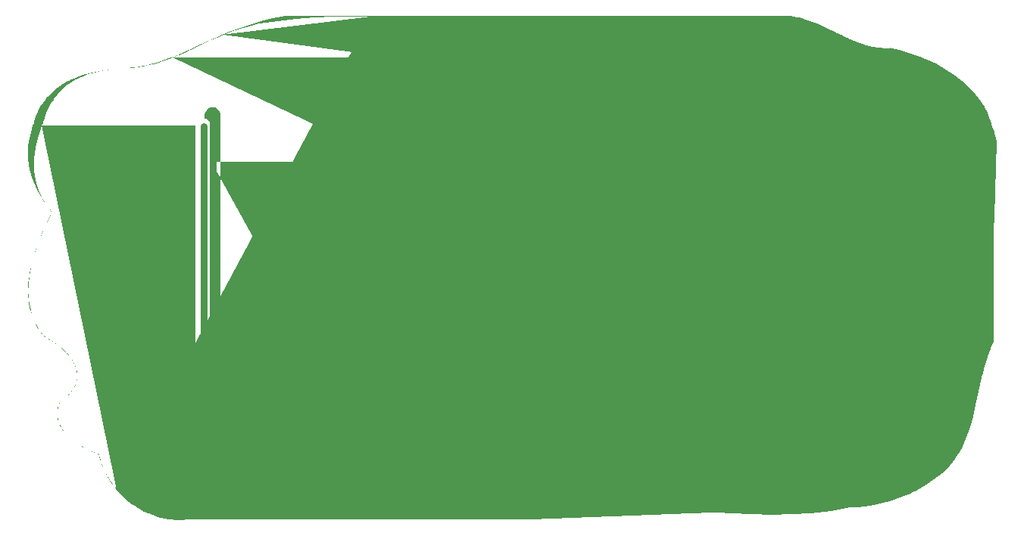
<source format=gbr>
%TF.GenerationSoftware,KiCad,Pcbnew,8.0.5-8.0.5-0~ubuntu22.04.1*%
<<<<<<< HEAD
%TF.CreationDate,2024-10-22T12:31:17-04:00*%
=======
%TF.CreationDate,2024-10-22T12:45:21-04:00*%
>>>>>>> e2123794a14c23c8756f7f3b076d1ce50ee648f1
%TF.ProjectId,Badge,42616467-652e-46b6-9963-61645f706362,1.0*%
%TF.SameCoordinates,Original*%
%TF.FileFunction,Copper,L2,Bot*%
%TF.FilePolarity,Positive*%
%FSLAX46Y46*%
G04 Gerber Fmt 4.6, Leading zero omitted, Abs format (unit mm)*
<<<<<<< HEAD
G04 Created by KiCad (PCBNEW 8.0.5-8.0.5-0~ubuntu22.04.1) date 2024-10-22 12:31:17*
=======
G04 Created by KiCad (PCBNEW 8.0.5-8.0.5-0~ubuntu22.04.1) date 2024-10-22 12:45:21*
>>>>>>> e2123794a14c23c8756f7f3b076d1ce50ee648f1
%MOMM*%
%LPD*%
G01*
G04 APERTURE LIST*
%TA.AperFunction,ComponentPad*%
%ADD10R,1.600000X1.600000*%
%TD*%
%TA.AperFunction,ComponentPad*%
%ADD11O,1.600000X1.600000*%
%TD*%
%TA.AperFunction,ComponentPad*%
%ADD12R,3.000000X3.000000*%
%TD*%
%TA.AperFunction,ComponentPad*%
%ADD13C,3.000000*%
%TD*%
%TA.AperFunction,ViaPad*%
%ADD14C,0.600000*%
%TD*%
%TA.AperFunction,Conductor*%
%ADD15C,0.750000*%
%TD*%
G04 APERTURE END LIST*
D10*
%TO.P,SW1,1,A*%
%TO.N,/BAT*%
X74930000Y-74972500D03*
D11*
%TO.P,SW1,2,B*%
%TO.N,VCC*%
X74930000Y-82592500D03*
%TD*%
D12*
%TO.P,BT1,1,+*%
%TO.N,/BAT*%
X126999999Y-73210000D03*
D13*
%TO.P,BT1,2,-*%
%TO.N,GND*%
X126999999Y-52720000D03*
%TD*%
D14*
<<<<<<< HEAD
=======
%TO.N,/PULSE2L*%
X77470000Y-34544000D03*
X77478000Y-47252000D03*
%TO.N,GND*%
X74930000Y-33020000D03*
%TO.N,/PULSE*%
X58166000Y-40640000D03*
X58166000Y-73152000D03*
%TO.N,VCC*%
X93980000Y-68326000D03*
>>>>>>> e2123794a14c23c8756f7f3b076d1ce50ee648f1
%TO.N,GND*%
X91186000Y-78486000D03*
X100330000Y-74676000D03*
%TO.N,VCC*%
X57150000Y-64770000D03*
X93980000Y-60960000D03*
X76200000Y-41910000D03*
X58420000Y-77470000D03*
X57150000Y-41910000D03*
X93980000Y-64770000D03*
X93980000Y-71600000D03*
X76200000Y-36825000D03*
%TO.N,/PULSE*%
<<<<<<< HEAD
X60960000Y-73660000D03*
X60960000Y-68580000D03*
=======
>>>>>>> e2123794a14c23c8756f7f3b076d1ce50ee648f1
X101735000Y-64905000D03*
X102870000Y-33020000D03*
X101600000Y-40640000D03*
%TO.N,/PULSE2H*%
X90170000Y-62230000D03*
X120650000Y-31750000D03*
X120650000Y-45720000D03*
X90170000Y-45965000D03*
%TD*%
D15*
<<<<<<< HEAD
%TO.N,VCC*%
X76200000Y-41910000D02*
X76200000Y-36825000D01*
X93980000Y-71600000D02*
X93980000Y-64770000D01*
=======
%TO.N,/PULSE2L*%
X77470000Y-34544000D02*
X77470000Y-47244000D01*
X77470000Y-47244000D02*
X77478000Y-47252000D01*
%TO.N,/PULSE*%
X58166000Y-73152000D02*
X58166000Y-40640000D01*
%TO.N,VCC*%
X93980000Y-71600000D02*
X93980000Y-68326000D01*
X93980000Y-68326000D02*
X93980000Y-64770000D01*
X76200000Y-41910000D02*
X76200000Y-36825000D01*
>>>>>>> e2123794a14c23c8756f7f3b076d1ce50ee648f1
X58420000Y-77470000D02*
X57150000Y-76200000D01*
X57150000Y-64770000D02*
X57150000Y-41910000D01*
X57150000Y-76200000D02*
X57150000Y-64770000D01*
X93980000Y-64770000D02*
X93980000Y-60960000D01*
%TO.N,/PULSE*%
X101600000Y-40640000D02*
X101600000Y-34290000D01*
X101600000Y-64770000D02*
X101735000Y-64905000D01*
<<<<<<< HEAD
X60960000Y-68580000D02*
X60960000Y-73660000D01*
=======
>>>>>>> e2123794a14c23c8756f7f3b076d1ce50ee648f1
X101600000Y-40640000D02*
X101600000Y-64770000D01*
X101600000Y-34290000D02*
X102870000Y-33020000D01*
%TO.N,/PULSE2H*%
X90170000Y-62230000D02*
X90170000Y-45965000D01*
X120650000Y-45720000D02*
X120650000Y-31750000D01*
%TD*%
%TA.AperFunction,Conductor*%
%TO.N,GND*%
G36*
<<<<<<< HEAD
X75811753Y-29602542D02*
G01*
X79990528Y-29710164D01*
X79993080Y-29710258D01*
X88320744Y-30102859D01*
X88330458Y-30103913D01*
X88332948Y-30104007D01*
X88332952Y-30104009D01*
X88396165Y-30106419D01*
X88396990Y-30106454D01*
X88446931Y-30108809D01*
X88462615Y-30109549D01*
X88472371Y-30109325D01*
X92526285Y-30263914D01*
X92539222Y-30265941D01*
X92539340Y-30265125D01*
X92547382Y-30266280D01*
X92605064Y-30266959D01*
X92608253Y-30267038D01*
X92665950Y-30269240D01*
X92665950Y-30269239D01*
X92665954Y-30269240D01*
X92674046Y-30268487D01*
X92674123Y-30269323D01*
X92687144Y-30267929D01*
X96733193Y-30315686D01*
X96746868Y-30317445D01*
X96746944Y-30316780D01*
X96755012Y-30317692D01*
X96755022Y-30317695D01*
X96811597Y-30316665D01*
X96815194Y-30316654D01*
X96871787Y-30317323D01*
X96871792Y-30317321D01*
X96879860Y-30316357D01*
X96879939Y-30317022D01*
X96893596Y-30315175D01*
X99946870Y-30259674D01*
X99960954Y-30260221D01*
X99963200Y-30260435D01*
X99963211Y-30260438D01*
X100023691Y-30258296D01*
X100025718Y-30258241D01*
X100086331Y-30257140D01*
X100086345Y-30257135D01*
X100088578Y-30256801D01*
X100102611Y-30255502D01*
X103154379Y-30147459D01*
X103161235Y-30147644D01*
X103165338Y-30147473D01*
X103165342Y-30147474D01*
X103229635Y-30144795D01*
X103229928Y-30144784D01*
X103293907Y-30142520D01*
X103293908Y-30142519D01*
X103298024Y-30142374D01*
X103304827Y-30141663D01*
X109624673Y-29878425D01*
X109626304Y-29878369D01*
X112814504Y-29788121D01*
X112817167Y-29788075D01*
X116000440Y-29767850D01*
X116004302Y-29767886D01*
X119186082Y-29848625D01*
X119189780Y-29848774D01*
X120774347Y-29936355D01*
X120777142Y-29936542D01*
X122297944Y-30055849D01*
X122312216Y-30057809D01*
X122312910Y-30057945D01*
X122312915Y-30057947D01*
X122374109Y-30061838D01*
X122375879Y-30061964D01*
X122436989Y-30066759D01*
X122436998Y-30066757D01*
X122437698Y-30066721D01*
X122452095Y-30066798D01*
X122745978Y-30085491D01*
X122751483Y-30085965D01*
X123095349Y-30123354D01*
X123102904Y-30124412D01*
X123803783Y-30244672D01*
X123812472Y-30246487D01*
X124501186Y-30416408D01*
X124508203Y-30418359D01*
X124884126Y-30534916D01*
X125194420Y-30631124D01*
X125199736Y-30632905D01*
X125885806Y-30880132D01*
X125889481Y-30881523D01*
X126576811Y-31154111D01*
X126579220Y-31155096D01*
X127361476Y-31484494D01*
X127787211Y-31663766D01*
X127902513Y-31712318D01*
X127907691Y-31714892D01*
X127912047Y-31716699D01*
X127912052Y-31716703D01*
X127971509Y-31741372D01*
X127971879Y-31741527D01*
X128031216Y-31766514D01*
X128031217Y-31766514D01*
X128035553Y-31768340D01*
X128041036Y-31770220D01*
X128567914Y-31988831D01*
X128604572Y-32004041D01*
X128616844Y-32009943D01*
X128621057Y-32012262D01*
X128676317Y-32033840D01*
X128678662Y-32034783D01*
X128733530Y-32057549D01*
X128733537Y-32057550D01*
X128738172Y-32058795D01*
X128751103Y-32063041D01*
X129319874Y-32285129D01*
X129332813Y-32291964D01*
X129333029Y-32291540D01*
X129340275Y-32295210D01*
X129392339Y-32313502D01*
X129396272Y-32314960D01*
X129447685Y-32335036D01*
X129447694Y-32335037D01*
X129455578Y-32336978D01*
X129455463Y-32337441D01*
X129469731Y-32340693D01*
X130049712Y-32544470D01*
X130067924Y-32553152D01*
X130072619Y-32555254D01*
X130072624Y-32555257D01*
X130121423Y-32569817D01*
X130127070Y-32571650D01*
X130175131Y-32588537D01*
X130180133Y-32589587D01*
X130200009Y-32593265D01*
X130795307Y-32770890D01*
X130818246Y-32780324D01*
X130820995Y-32781792D01*
X130866516Y-32792380D01*
X130873867Y-32794331D01*
X130918612Y-32807683D01*
X130921716Y-32807770D01*
X130946321Y-32810945D01*
X131553249Y-32952134D01*
X131577546Y-32960523D01*
X131578298Y-32960874D01*
X131589492Y-32962845D01*
X131626529Y-32969368D01*
X131633093Y-32970709D01*
X131680780Y-32981803D01*
X131681618Y-32981775D01*
X131707258Y-32983586D01*
X131945695Y-33025580D01*
X131960817Y-33030011D01*
X131960877Y-33029791D01*
X131968719Y-33031918D01*
X131968722Y-33031919D01*
X132017933Y-33038554D01*
X132021549Y-33039042D01*
X132026471Y-33039807D01*
X132078989Y-33049057D01*
X132078990Y-33049056D01*
X132078991Y-33049057D01*
X132087109Y-33049410D01*
X132087099Y-33049639D01*
X132102851Y-33050004D01*
X132340876Y-33082101D01*
X132356687Y-33086027D01*
X132356713Y-33085916D01*
X132364635Y-33087701D01*
X132364644Y-33087705D01*
X132416857Y-33092463D01*
X132422107Y-33093055D01*
X132474108Y-33100068D01*
X132474112Y-33100067D01*
X132474116Y-33100068D01*
X132482237Y-33100094D01*
X132482236Y-33100208D01*
X132498524Y-33099907D01*
X132741794Y-33122079D01*
X132758250Y-33125396D01*
X132758253Y-33125385D01*
X132766249Y-33126807D01*
X132766252Y-33126807D01*
X132766255Y-33126808D01*
X132817820Y-33129137D01*
X132823466Y-33129522D01*
X132874867Y-33134208D01*
X132874867Y-33134207D01*
X132874868Y-33134208D01*
X132882992Y-33133883D01*
X132882992Y-33133895D01*
X132899742Y-33132840D01*
X133148623Y-33144087D01*
X133168687Y-33147162D01*
X133173682Y-33147805D01*
X133173687Y-33147807D01*
X133224619Y-33147663D01*
X133230552Y-33147790D01*
X133281396Y-33150088D01*
X133281398Y-33150087D01*
X133281403Y-33150088D01*
X133281407Y-33150087D01*
X133286454Y-33149653D01*
X133306593Y-33147433D01*
X133561465Y-33146718D01*
X133584731Y-33149127D01*
X133587023Y-33149307D01*
X133587027Y-33149306D01*
X133587028Y-33149307D01*
X133637298Y-33146658D01*
X133643440Y-33146487D01*
X133693802Y-33146347D01*
X133693808Y-33146345D01*
X133696171Y-33146028D01*
X133719174Y-33142346D01*
X133957469Y-33129796D01*
X133992304Y-33132899D01*
X134918797Y-33350211D01*
X134925901Y-33352102D01*
X135921444Y-33649137D01*
X135928301Y-33651404D01*
X136917077Y-34010788D01*
X136923807Y-34013461D01*
X137897995Y-34433656D01*
X137904637Y-34436758D01*
X138856501Y-34916133D01*
X138863087Y-34919704D01*
X139784992Y-35456567D01*
X139791599Y-35460699D01*
X140397442Y-35866641D01*
X140675886Y-36053211D01*
X140682522Y-36057982D01*
X141521808Y-36704345D01*
X141528450Y-36709838D01*
X142319778Y-37412036D01*
X142324733Y-37416681D01*
X142692370Y-37780784D01*
X142695657Y-37784166D01*
X143051447Y-38164408D01*
X143054703Y-38168028D01*
X143172570Y-38304349D01*
X143393894Y-38560323D01*
X143397095Y-38564180D01*
X143481182Y-38669799D01*
X143718810Y-38968278D01*
X143721957Y-38972406D01*
X144025324Y-39388035D01*
X144028389Y-39392430D01*
X144312633Y-39819446D01*
X144315591Y-39824112D01*
X144579874Y-40262276D01*
X144582701Y-40267216D01*
X144826236Y-40716377D01*
X144828903Y-40721586D01*
X145050911Y-41181602D01*
X145053389Y-41187072D01*
X145253066Y-41657775D01*
X145255326Y-41663493D01*
X145431922Y-42144865D01*
X145433934Y-42150809D01*
X145487918Y-42324711D01*
X145522879Y-42437333D01*
X145586643Y-42642737D01*
X145588377Y-42648875D01*
X145600593Y-42696818D01*
X145716422Y-43151392D01*
X145717856Y-43157706D01*
X145809826Y-43617838D01*
X145812185Y-43645522D01*
X145660487Y-49208875D01*
X145660422Y-49210731D01*
X145541538Y-52023575D01*
X145541459Y-52025202D01*
X145385602Y-54837095D01*
X145385481Y-54839014D01*
X145186143Y-57646686D01*
X145185966Y-57648898D01*
X144936594Y-60450454D01*
X144936345Y-60452960D01*
X144630387Y-63246609D01*
X144630048Y-63249406D01*
X144272593Y-65945567D01*
X144261998Y-65981788D01*
X144128233Y-66267892D01*
X144115939Y-66288257D01*
X144114974Y-66289950D01*
X144096002Y-66336464D01*
X144093516Y-66342147D01*
X144072226Y-66387685D01*
X144071629Y-66389571D01*
X144065027Y-66412405D01*
X143935843Y-66729131D01*
X143927489Y-66744610D01*
X143924104Y-66751246D01*
X143906919Y-66799693D01*
X143904872Y-66805066D01*
X143885460Y-66852660D01*
X143883568Y-66859877D01*
X143879506Y-66876977D01*
X143766347Y-67196002D01*
X143759306Y-67210562D01*
X143759433Y-67210620D01*
X143756051Y-67218009D01*
X143740580Y-67268310D01*
X143738926Y-67273305D01*
X143721341Y-67322886D01*
X143719647Y-67330837D01*
X143719510Y-67330807D01*
X143716475Y-67346696D01*
X143616184Y-67672821D01*
X143606219Y-67696301D01*
X143605594Y-67697433D01*
X143605590Y-67697442D01*
X143593930Y-67744530D01*
X143592090Y-67751168D01*
X143577827Y-67797551D01*
X143577826Y-67797559D01*
X143577779Y-67798852D01*
X143574227Y-67824110D01*
X143376355Y-68623275D01*
X143367961Y-68646750D01*
X143366771Y-68649250D01*
X143366768Y-68649259D01*
X143358230Y-68695538D01*
X143356654Y-68702838D01*
X143345346Y-68748513D01*
X143345345Y-68748523D01*
X143345398Y-68751298D01*
X143343363Y-68776136D01*
X143193745Y-69587272D01*
X143189026Y-69603009D01*
X143189109Y-69603032D01*
X143186945Y-69610866D01*
X143179735Y-69662564D01*
X143178867Y-69667926D01*
X143169398Y-69719263D01*
X143168980Y-69727378D01*
X143168893Y-69727373D01*
X143168407Y-69743789D01*
X143055109Y-70556212D01*
X143051732Y-70569145D01*
X143052471Y-70569327D01*
X143050527Y-70577217D01*
X143044207Y-70634041D01*
X143043779Y-70637460D01*
X143035872Y-70694158D01*
X143035810Y-70702276D01*
X143035055Y-70702270D01*
X143035130Y-70715648D01*
X142944586Y-71529810D01*
X142942652Y-71541025D01*
X142936219Y-71604987D01*
X142936081Y-71606281D01*
X142928989Y-71670057D01*
X142928534Y-71681416D01*
X142743136Y-73525175D01*
X142742856Y-73527701D01*
X142629288Y-74463970D01*
X142628693Y-74468250D01*
X142485247Y-75382913D01*
X142484097Y-75389186D01*
X142297678Y-76276874D01*
X142295649Y-76285120D01*
X142051616Y-77148384D01*
X142049294Y-77155720D01*
X141905579Y-77565171D01*
X141903527Y-77570606D01*
X141739286Y-77976597D01*
X141736781Y-77982364D01*
X141552410Y-78378995D01*
X141549414Y-78385010D01*
X141343259Y-78772138D01*
X141339746Y-78778302D01*
X141110084Y-79155810D01*
X141106054Y-79162011D01*
X140850977Y-79529941D01*
X140846451Y-79536058D01*
X140564020Y-79894329D01*
X140559047Y-79900249D01*
X140258525Y-80236099D01*
X140248218Y-80246341D01*
X139714614Y-80717772D01*
X139708306Y-80722985D01*
X139137848Y-81163537D01*
X139131584Y-81168069D01*
X138537063Y-81570668D01*
X138530989Y-81574529D01*
X138096357Y-81833349D01*
X137913916Y-81941991D01*
X137908121Y-81945234D01*
X137270175Y-82280230D01*
X137264759Y-82282908D01*
X136607683Y-82588084D01*
X136602706Y-82590264D01*
X135928472Y-82868184D01*
X135923977Y-82869936D01*
X135234465Y-83123250D01*
X135230477Y-83124638D01*
X134527834Y-83355940D01*
X134524365Y-83357026D01*
X133813708Y-83568090D01*
X133809553Y-83569246D01*
X132353310Y-83947176D01*
X132349510Y-83948098D01*
X130879377Y-84280533D01*
X130877665Y-84280908D01*
X129418056Y-84589348D01*
X129413817Y-84590167D01*
X127253105Y-84968706D01*
X127245559Y-84969790D01*
X125076742Y-85213592D01*
X125070257Y-85214149D01*
X122883930Y-85344278D01*
X122878574Y-85344481D01*
X120676336Y-85380198D01*
X120672127Y-85380195D01*
X118455792Y-85340908D01*
X118452724Y-85340815D01*
X116225346Y-85246141D01*
X116222980Y-85246018D01*
X111808530Y-84973794D01*
X111803995Y-84973225D01*
X111734153Y-84969207D01*
X111733644Y-84969177D01*
X111663732Y-84964866D01*
X111659168Y-84964892D01*
X107309053Y-84714596D01*
X107296053Y-84713157D01*
X107288425Y-84711902D01*
X107230425Y-84710033D01*
X107227299Y-84709892D01*
X107169418Y-84706562D01*
X107161710Y-84707129D01*
X107148630Y-84707399D01*
X105050050Y-84639813D01*
X105036628Y-84637807D01*
X105036533Y-84638514D01*
X105028480Y-84637426D01*
X104971617Y-84637236D01*
X104968044Y-84637173D01*
X104911172Y-84635342D01*
X104911171Y-84635342D01*
X104911170Y-84635342D01*
X104911168Y-84635342D01*
X104903086Y-84636143D01*
X104903015Y-84635433D01*
X104889527Y-84636961D01*
X102791893Y-84629940D01*
X102776684Y-84628180D01*
X102776653Y-84628504D01*
X102768566Y-84627723D01*
X102768565Y-84627723D01*
X102714553Y-84629593D01*
X102709850Y-84629666D01*
X102655825Y-84629486D01*
X102655824Y-84629486D01*
X102655822Y-84629486D01*
X102655819Y-84629486D01*
X102647763Y-84630520D01*
X102647721Y-84630198D01*
X102632575Y-84632433D01*
X100535593Y-84705068D01*
X100516829Y-84703701D01*
X100510472Y-84703388D01*
X100459471Y-84707566D01*
X100453645Y-84707906D01*
X100402486Y-84709679D01*
X100396257Y-84710719D01*
X100377737Y-84714262D01*
X98283024Y-84885872D01*
X98257579Y-84885336D01*
X98256145Y-84885157D01*
X98256139Y-84885157D01*
X98208230Y-84891803D01*
X98201323Y-84892565D01*
X98153113Y-84896516D01*
X98151759Y-84897001D01*
X98127037Y-84903069D01*
X96036227Y-85193143D01*
X96011846Y-85194102D01*
X96007717Y-85193857D01*
X96007710Y-85193857D01*
X95962949Y-85203048D01*
X95955052Y-85204405D01*
X95909808Y-85210682D01*
X95909800Y-85210684D01*
X95907319Y-85211731D01*
X95905972Y-85212300D01*
X95882682Y-85219531D01*
X93792561Y-85648739D01*
X93771244Y-85651221D01*
X89027077Y-85790006D01*
X89023366Y-85790059D01*
X84225732Y-85786773D01*
X84223004Y-85786741D01*
X74665548Y-85569870D01*
X74664647Y-85569790D01*
X74591072Y-85568180D01*
X74591038Y-85568169D01*
X74590974Y-85568178D01*
X74518232Y-85566527D01*
X74517335Y-85566565D01*
X69843981Y-85464239D01*
X69829765Y-85463108D01*
X69828449Y-85462926D01*
X69767399Y-85462548D01*
X69765455Y-85462520D01*
X69704537Y-85461186D01*
X69703217Y-85461331D01*
X69688978Y-85462063D01*
X65016836Y-85433189D01*
X65003693Y-85431561D01*
X65003607Y-85432346D01*
X64995531Y-85431455D01*
X64995530Y-85431455D01*
X64993809Y-85431491D01*
X64938124Y-85432657D01*
X64934764Y-85432682D01*
X64880382Y-85432346D01*
X64877340Y-85432328D01*
X64877339Y-85432328D01*
X64877334Y-85432328D01*
X64869276Y-85433338D01*
X64869177Y-85432554D01*
X64856058Y-85434377D01*
X60187124Y-85532211D01*
X60173875Y-85530934D01*
X60173812Y-85531708D01*
X60165715Y-85531039D01*
X60108482Y-85533812D01*
X60105080Y-85533930D01*
X60047767Y-85535131D01*
X60039741Y-85536360D01*
X60039624Y-85535598D01*
X60026488Y-85537787D01*
X57767406Y-85647290D01*
X57753935Y-85647210D01*
X57748416Y-85646877D01*
X57748413Y-85646877D01*
X57748412Y-85646877D01*
X57714304Y-85649286D01*
X57689601Y-85651032D01*
X57686869Y-85651194D01*
X57627916Y-85654052D01*
X57622455Y-85655042D01*
X57609090Y-85656720D01*
X55278055Y-85821427D01*
X55277985Y-85821432D01*
X54848875Y-85851508D01*
X54843068Y-85851778D01*
X54430921Y-85861298D01*
X54425136Y-85861297D01*
X54016025Y-85851654D01*
X54010279Y-85851385D01*
X53604651Y-85822962D01*
X53598961Y-85822431D01*
X53197287Y-85775607D01*
X53191667Y-85774821D01*
X52794335Y-85709959D01*
X52788799Y-85708926D01*
X52396320Y-85626403D01*
X52390876Y-85625129D01*
X52003711Y-85525309D01*
X51998373Y-85523805D01*
X51616960Y-85407047D01*
X51611732Y-85405319D01*
X51236575Y-85271993D01*
X51231466Y-85270049D01*
X50863102Y-85120541D01*
X50858117Y-85118390D01*
X50496948Y-84953037D01*
X50492091Y-84950684D01*
X50138675Y-84769883D01*
X50133951Y-84767335D01*
X50024224Y-84705068D01*
X49788802Y-84571471D01*
X49784214Y-84568736D01*
X49727492Y-84533233D01*
X49447812Y-84358176D01*
X49443361Y-84355256D01*
X49304534Y-84259831D01*
X49116173Y-84130359D01*
X49111871Y-84127264D01*
X49062359Y-84090013D01*
X48794461Y-83888455D01*
X48790295Y-83885179D01*
X48592979Y-83723068D01*
X48483150Y-83632835D01*
X48479154Y-83629406D01*
X48285490Y-83455926D01*
X48182753Y-83363896D01*
X48178883Y-83360278D01*
X48174438Y-83355940D01*
X47893784Y-83082046D01*
X47890092Y-83078285D01*
X47853129Y-83038988D01*
X47616715Y-82787644D01*
X47613188Y-82783728D01*
X47448180Y-82592498D01*
=======
X122422150Y-29530797D02*
G01*
X122450905Y-29532739D01*
X122766114Y-29554027D01*
X122772505Y-29554627D01*
X123117983Y-29596202D01*
X123123994Y-29597075D01*
X123467792Y-29655680D01*
X123473274Y-29656744D01*
X123810013Y-29730048D01*
X123817267Y-29731859D01*
X124216375Y-29844461D01*
X124507069Y-29926476D01*
X124515059Y-29929025D01*
X125197163Y-30172330D01*
X125203148Y-30174641D01*
X125886446Y-30459034D01*
X125890481Y-30460799D01*
X126575860Y-30775709D01*
X126578626Y-30777022D01*
X127902714Y-31425567D01*
X127906743Y-31427869D01*
X127969672Y-31458365D01*
X127970084Y-31458565D01*
X128028158Y-31487011D01*
X128028160Y-31487011D01*
X128032980Y-31489372D01*
X128037276Y-31491128D01*
X128047412Y-31496040D01*
X128604230Y-31765885D01*
X128616025Y-31772417D01*
X128620720Y-31775361D01*
X128620721Y-31775361D01*
X128620723Y-31775363D01*
X128674422Y-31799935D01*
X128676842Y-31801075D01*
X128729920Y-31826798D01*
X128729922Y-31826798D01*
X128735177Y-31828542D01*
X128747723Y-31833476D01*
X129320420Y-32095536D01*
X129333388Y-32103337D01*
X129333571Y-32103022D01*
X129340612Y-32107082D01*
X129390809Y-32127840D01*
X129395000Y-32129664D01*
X129444426Y-32152281D01*
X129444428Y-32152281D01*
X129452196Y-32154669D01*
X129452088Y-32155018D01*
X129466633Y-32159195D01*
X130051387Y-32401008D01*
X130074173Y-32413363D01*
X130074399Y-32413518D01*
X130121112Y-32430025D01*
X130127146Y-32432337D01*
X130172914Y-32451264D01*
X130172916Y-32451264D01*
X130172918Y-32451265D01*
X130173185Y-32451300D01*
X130198390Y-32457333D01*
X130792809Y-32667387D01*
X130799052Y-32669593D01*
X130820774Y-32679726D01*
X130825294Y-32682395D01*
X130868270Y-32694357D01*
X130876301Y-32696891D01*
X130918359Y-32711754D01*
X130923591Y-32712162D01*
X130947191Y-32716327D01*
X131559567Y-32886792D01*
X131582737Y-32895831D01*
X131585370Y-32897176D01*
X131585372Y-32897176D01*
X131585375Y-32897178D01*
X131631200Y-32906972D01*
X131638526Y-32908773D01*
X131683680Y-32921342D01*
X131686632Y-32921370D01*
X131711352Y-32924102D01*
X131954455Y-32976061D01*
X131970373Y-32981312D01*
X131970378Y-32981297D01*
X131978148Y-32983665D01*
X131978151Y-32983666D01*
X131988313Y-32985357D01*
X132029088Y-32992144D01*
X132034642Y-32993198D01*
X132085152Y-33003995D01*
X132085159Y-33003994D01*
X132093259Y-33004642D01*
X132093257Y-33004658D01*
X132109999Y-33005611D01*
X132183643Y-33017868D01*
X132352176Y-33045920D01*
X132373640Y-33051890D01*
X132376822Y-33052691D01*
X132376825Y-33052691D01*
X132376827Y-33052692D01*
X132427052Y-33058533D01*
X132433050Y-33059380D01*
X132482930Y-33067684D01*
X132482933Y-33067683D01*
X132482935Y-33067684D01*
X132486248Y-33067797D01*
X132508484Y-33068006D01*
X132756048Y-33096804D01*
X132781347Y-33102477D01*
X132781569Y-33102552D01*
X132831035Y-33105696D01*
X132837468Y-33106275D01*
X132886711Y-33112004D01*
X132886943Y-33111969D01*
X132912849Y-33110900D01*
X133166168Y-33127008D01*
X133191411Y-33131262D01*
X133191700Y-33131342D01*
X133192469Y-33131555D01*
X133241172Y-33131966D01*
X133247984Y-33132211D01*
X133296587Y-33135303D01*
X133297654Y-33135088D01*
X133323142Y-33132658D01*
X133582606Y-33134852D01*
X133607772Y-33137651D01*
X133609531Y-33138032D01*
X133657499Y-33135688D01*
X133664533Y-33135545D01*
X133712580Y-33135952D01*
X133714321Y-33135501D01*
X133739347Y-33131689D01*
X133981960Y-33119835D01*
X134016020Y-33122893D01*
X134953291Y-33340308D01*
X134959820Y-33342012D01*
X135977979Y-33637531D01*
X135984336Y-33639564D01*
X137004239Y-33996351D01*
X137010557Y-33998757D01*
X138020682Y-34415491D01*
X138027044Y-34418329D01*
X138482016Y-34636967D01*
X139015947Y-34893549D01*
X139022526Y-34896957D01*
X139978826Y-35429028D01*
X139985638Y-35433108D01*
X140902985Y-36023388D01*
X140908228Y-36026956D01*
X141169399Y-36214666D01*
X141340478Y-36337625D01*
X141344090Y-36340322D01*
X141765472Y-36667048D01*
X141769153Y-36670016D01*
X141891995Y-36772997D01*
X142163001Y-37000187D01*
X142174148Y-37009531D01*
X142177854Y-37012766D01*
X142565183Y-37364833D01*
X142568912Y-37368369D01*
X142876160Y-37672263D01*
X142937175Y-37732612D01*
X142940994Y-37736561D01*
X143243600Y-38063690D01*
X143288930Y-38112693D01*
X143292758Y-38117031D01*
X143469907Y-38327479D01*
X143619211Y-38504848D01*
X143623026Y-38509614D01*
X143791686Y-38731277D01*
X143926755Y-38908792D01*
X143930512Y-38914005D01*
X144210397Y-39324337D01*
X144214043Y-39330008D01*
X144440371Y-39704014D01*
X144468959Y-39751254D01*
X144472444Y-39757401D01*
X144701377Y-40189507D01*
X144704633Y-40196121D01*
X144906502Y-40638912D01*
X144909462Y-40645976D01*
X145083278Y-41099523D01*
X145085873Y-41107000D01*
X145230596Y-41571343D01*
X145232760Y-41579180D01*
X145347368Y-42054592D01*
X145349041Y-42062715D01*
X145432420Y-42549438D01*
X145433556Y-42557758D01*
X145484526Y-43056103D01*
X145485099Y-43064520D01*
X145502755Y-43585529D01*
X145502826Y-43589729D01*
X145502826Y-65962130D01*
X145491770Y-66013311D01*
X145339168Y-66350058D01*
X145176494Y-66709029D01*
X145164496Y-66729860D01*
X145161558Y-66733977D01*
X145145867Y-66775927D01*
X145142672Y-66783663D01*
X145124184Y-66824462D01*
X145124183Y-66824465D01*
X145123358Y-66829460D01*
X145117160Y-66852678D01*
X144824209Y-67635918D01*
X144812802Y-67658860D01*
X144812272Y-67659695D01*
X144797687Y-67706300D01*
X144795491Y-67712700D01*
X144778386Y-67758435D01*
X144778293Y-67759408D01*
X144773207Y-67784533D01*
X144524314Y-68579910D01*
X144517876Y-68594594D01*
X144518032Y-68594659D01*
X144514927Y-68602160D01*
X144501261Y-68653221D01*
X144499819Y-68658189D01*
X144484038Y-68708622D01*
X144482644Y-68716632D01*
X144482476Y-68716602D01*
X144480057Y-68732450D01*
X144263973Y-69539851D01*
X144258102Y-69554940D01*
X144258229Y-69554987D01*
X144255446Y-69562614D01*
X144244034Y-69613916D01*
X144242779Y-69619042D01*
X144229176Y-69669874D01*
X144228118Y-69677933D01*
X144227983Y-69677915D01*
X144226216Y-69694016D01*
X143388927Y-73457984D01*
X143388437Y-73460102D01*
X143162315Y-74398687D01*
X143161351Y-74402432D01*
X142909454Y-75321177D01*
X142907908Y-75326368D01*
X142620072Y-76220968D01*
X142617742Y-76227564D01*
X142284163Y-77093489D01*
X142280811Y-77101369D01*
X141888910Y-77940817D01*
X141885598Y-77947393D01*
X141670081Y-78345512D01*
X141667420Y-78350184D01*
X141431545Y-78744103D01*
X141428509Y-78748918D01*
X141173770Y-79133157D01*
X141170353Y-79138051D01*
X140895427Y-79512300D01*
X140891632Y-79517205D01*
X140595049Y-79881275D01*
X140590892Y-79886118D01*
X140282063Y-80227706D01*
X140272912Y-80236824D01*
X139733468Y-80721040D01*
X139728623Y-80725169D01*
X139153547Y-81190355D01*
X139148620Y-81194141D01*
X138551583Y-81629483D01*
X138546598Y-81632934D01*
X137929284Y-82038384D01*
X137924262Y-82041513D01*
X137288419Y-82416986D01*
X137283375Y-82419808D01*
X136630690Y-82765266D01*
X136625637Y-82767795D01*
X135957846Y-83083178D01*
X135952790Y-83085430D01*
X135271632Y-83370681D01*
X135266577Y-83372668D01*
X134573964Y-83627679D01*
X134568913Y-83629417D01*
X133866471Y-83854195D01*
X133861420Y-83855693D01*
X133151074Y-84050154D01*
X133146021Y-84051424D01*
X132429594Y-84215539D01*
X132424532Y-84216588D01*
X131703769Y-84350349D01*
X131698690Y-84351183D01*
X130975494Y-84454564D01*
X130970391Y-84455186D01*
X130246606Y-84528189D01*
X130241467Y-84528600D01*
X129512318Y-84571631D01*
X129509732Y-84571756D01*
X93857353Y-85929415D01*
X93852634Y-85929505D01*
X55398057Y-85929505D01*
X55374324Y-85927212D01*
X55368856Y-85926146D01*
X55368854Y-85926146D01*
X55324684Y-85929208D01*
X55316109Y-85929505D01*
X55271841Y-85929505D01*
X55266453Y-85930948D01*
X55242947Y-85934873D01*
X54874140Y-85960439D01*
X54868149Y-85960709D01*
X54456911Y-85969280D01*
X54450951Y-85969261D01*
X54042680Y-85958143D01*
X54036774Y-85957841D01*
X53631939Y-85927451D01*
X53626103Y-85926874D01*
X53225084Y-85877615D01*
X53219337Y-85876772D01*
X52822613Y-85809050D01*
X52816968Y-85807951D01*
X52424993Y-85722167D01*
X52419462Y-85720823D01*
X52032670Y-85617365D01*
X52027264Y-85615787D01*
X51646110Y-85495045D01*
X51640836Y-85493242D01*
X51265904Y-85355645D01*
X51260785Y-85353636D01*
X51050275Y-85265569D01*
X50892464Y-85199549D01*
X50887473Y-85197330D01*
X50526294Y-85027169D01*
X50521477Y-85024770D01*
X50255583Y-84885006D01*
X50167967Y-84838951D01*
X50163270Y-84836351D01*
X49817922Y-84635279D01*
X49813400Y-84632514D01*
X49476707Y-84416595D01*
X49472315Y-84413644D01*
X49279602Y-84278108D01*
X49144826Y-84183319D01*
X49140620Y-84180225D01*
X48868443Y-83970973D01*
X48822839Y-83935912D01*
X48818748Y-83932627D01*
X48511210Y-83674775D01*
X48507273Y-83671330D01*
X48339361Y-83518031D01*
X48210451Y-83400339D01*
X48206724Y-83396790D01*
X47921125Y-83113088D01*
X47917506Y-83109338D01*
X47741761Y-82919403D01*
X47643715Y-82813439D01*
X47640270Y-82809557D01*
X47455785Y-82592498D01*
>>>>>>> e2123794a14c23c8756f7f3b076d1ce50ee648f1
X73624532Y-82592498D01*
X73624532Y-82592501D01*
X73644364Y-82819186D01*
X73644366Y-82819197D01*
X73703258Y-83038988D01*
X73703261Y-83038997D01*
X73799431Y-83245232D01*
X73799432Y-83245234D01*
X73929954Y-83431641D01*
X74090858Y-83592545D01*
X74090861Y-83592547D01*
X74277266Y-83723068D01*
X74483504Y-83819239D01*
X74703308Y-83878135D01*
X74865230Y-83892301D01*
X74929998Y-83897968D01*
X74930000Y-83897968D01*
X74930002Y-83897968D01*
X74986673Y-83893009D01*
X75156692Y-83878135D01*
X75376496Y-83819239D01*
X75582734Y-83723068D01*
X75769139Y-83592547D01*
X75930047Y-83431639D01*
X76060568Y-83245234D01*
X76156739Y-83038996D01*
X76215635Y-82819192D01*
X76235468Y-82592500D01*
<<<<<<< HEAD
X76235272Y-82590264D01*
X76223129Y-82451465D01*
=======
>>>>>>> e2123794a14c23c8756f7f3b076d1ce50ee648f1
X76215635Y-82365808D01*
X76156739Y-82146004D01*
X76060568Y-81939766D01*
X75930047Y-81753361D01*
X75930045Y-81753358D01*
X75769141Y-81592454D01*
X75582734Y-81461932D01*
X75582732Y-81461931D01*
X75376497Y-81365761D01*
X75376488Y-81365758D01*
X75156697Y-81306866D01*
X75156693Y-81306865D01*
X75156692Y-81306865D01*
X75156691Y-81306864D01*
X75156686Y-81306864D01*
X74930002Y-81287032D01*
X74929998Y-81287032D01*
X74703313Y-81306864D01*
X74703302Y-81306866D01*
X74483511Y-81365758D01*
X74483502Y-81365761D01*
X74277267Y-81461931D01*
X74277265Y-81461932D01*
X74090858Y-81592454D01*
X73929954Y-81753358D01*
X73799432Y-81939765D01*
X73799431Y-81939767D01*
X73703261Y-82146002D01*
X73703258Y-82146011D01*
X73644366Y-82365802D01*
X73644364Y-82365813D01*
X73624532Y-82592498D01*
<<<<<<< HEAD
X47448180Y-82592498D01*
X47352102Y-82481152D01*
X47348716Y-82477053D01*
X47328489Y-82451465D01*
X47100391Y-82162906D01*
X47097173Y-82158648D01*
X47088035Y-82146002D01*
X46862119Y-81833349D01*
X46859064Y-81828922D01*
X46703345Y-81592453D01*
X46637734Y-81492819D01*
X46634870Y-81488256D01*
X46619389Y-81462356D01*
X46427758Y-81141743D01*
X46425072Y-81137016D01*
X46349096Y-80996234D01*
X46232673Y-80780504D01*
X46230196Y-80775662D01*
X46223940Y-80762737D01*
X46136018Y-80581080D01*
X46052976Y-80409507D01*
X46050689Y-80404502D01*
X45889126Y-80029070D01*
X45887052Y-80023938D01*
X45838009Y-79894329D01*
X45741617Y-79639586D01*
X45739767Y-79634341D01*
X45705537Y-79529941D01*
X45610956Y-79241469D01*
X45609334Y-79236116D01*
X45499384Y-78841406D01*
X45497438Y-78833396D01*
X45488254Y-78789247D01*
X45488253Y-78789241D01*
X45486119Y-78785007D01*
X45477395Y-78762465D01*
X45477121Y-78761482D01*
X45476125Y-78757906D01*
X45453179Y-78719054D01*
X45449246Y-78711858D01*
X45428934Y-78671561D01*
X45428931Y-78671558D01*
X45428931Y-78671557D01*
X45425781Y-78668028D01*
X45411518Y-78648510D01*
X45409111Y-78644434D01*
X45409108Y-78644431D01*
X45376909Y-78612861D01*
X45371221Y-78606902D01*
X45341180Y-78573245D01*
X45341179Y-78573244D01*
X45341178Y-78573243D01*
X45337216Y-78570646D01*
X45318389Y-78555486D01*
X45315008Y-78552171D01*
X45275739Y-78530014D01*
X45268688Y-78525720D01*
X45230967Y-78500990D01*
X45230962Y-78500988D01*
X45226456Y-78499502D01*
X45204364Y-78489740D01*
X45200231Y-78487408D01*
X45156558Y-78476166D01*
X45148641Y-78473845D01*
X44773970Y-78350307D01*
X44766392Y-78347532D01*
X44358609Y-78182959D01*
X44351745Y-78179944D01*
X44288898Y-78150045D01*
X44119588Y-78069496D01*
X43921721Y-77975362D01*
X43915125Y-77971979D01*
X43475334Y-77729521D01*
X43468718Y-77725601D01*
X43031062Y-77447621D01*
X43024224Y-77442950D01*
X42600203Y-77132054D01*
X42593007Y-77126357D01*
X42188411Y-76780910D01*
X42182772Y-76775787D01*
X42000103Y-76599311D01*
X41996196Y-76595363D01*
X41819293Y-76408433D01*
X41815300Y-76404007D01*
X41649725Y-76211282D01*
X41645675Y-76206313D01*
X41492663Y-76008372D01*
X41488599Y-76002801D01*
X41349169Y-75800062D01*
X41345151Y-75793828D01*
X41220273Y-75586735D01*
X41216387Y-75579797D01*
X41202140Y-75552325D01*
X41106928Y-75368733D01*
X41103287Y-75361078D01*
X41010004Y-75146307D01*
X41006710Y-75137894D01*
X40930281Y-74919543D01*
X40927481Y-74910433D01*
X40868516Y-74688344D01*
X40866343Y-74678588D01*
X40825485Y-74452412D01*
X40824075Y-74442175D01*
X40802718Y-74218102D01*
X40802073Y-74211337D01*
X40801519Y-74200738D01*
X40801443Y-74192698D01*
X40799297Y-73964408D01*
X40799660Y-73953705D01*
X40818405Y-73710928D01*
X40819681Y-73700359D01*
X40860875Y-73450150D01*
X40863007Y-73439918D01*
X40928381Y-73181469D01*
X40931275Y-73171731D01*
X41005483Y-72954907D01*
X41022772Y-72904388D01*
X41026279Y-72895322D01*
X41083815Y-72762331D01*
X41127429Y-72709348D01*
X41255541Y-72621386D01*
X41277646Y-72609314D01*
X41279604Y-72608491D01*
X41317297Y-72579238D01*
X41323086Y-72575010D01*
X41362433Y-72547996D01*
X41363807Y-72546387D01*
X41382037Y-72528999D01*
X41575919Y-72378543D01*
X41596555Y-72365563D01*
X41600313Y-72363688D01*
X41634501Y-72333409D01*
X41640654Y-72328307D01*
X41676717Y-72300323D01*
X41679247Y-72296987D01*
X41695823Y-72279103D01*
X41863312Y-72130775D01*
X41882302Y-72116933D01*
X41883026Y-72116503D01*
X41887848Y-72113646D01*
X41918188Y-72082603D01*
X41924633Y-72076467D01*
X41957136Y-72047685D01*
X41960693Y-72042304D01*
X41975457Y-72024012D01*
X42118473Y-71877692D01*
X42135636Y-71863069D01*
X42142864Y-71857968D01*
X42169117Y-71826440D01*
X42175712Y-71819131D01*
X42204404Y-71789779D01*
X42208739Y-71782066D01*
X42221529Y-71763499D01*
X42341904Y-71618947D01*
X42357120Y-71603617D01*
X42365730Y-71596338D01*
X42387759Y-71564618D01*
X42394299Y-71556027D01*
X42419020Y-71526344D01*
X42423747Y-71516105D01*
X42434472Y-71497364D01*
X42533819Y-71354330D01*
X42546992Y-71338390D01*
X42556512Y-71328654D01*
X42574300Y-71297021D01*
X42580525Y-71287085D01*
X42601228Y-71257281D01*
X42605834Y-71244471D01*
X42614434Y-71225657D01*
X42694130Y-71083948D01*
X42705220Y-71067474D01*
X42715004Y-71055196D01*
X42728675Y-71023819D01*
X42734265Y-71012583D01*
X42751035Y-70982766D01*
X42754925Y-70967561D01*
X42761371Y-70948782D01*
X42822560Y-70808357D01*
X42831580Y-70791388D01*
X42840868Y-70776778D01*
X42850640Y-70745670D01*
X42855256Y-70733320D01*
X42868286Y-70703420D01*
X42870856Y-70686305D01*
X42875181Y-70667563D01*
X42918806Y-70528711D01*
X42925812Y-70511199D01*
X42933867Y-70494803D01*
X42933868Y-70494801D01*
X42939994Y-70463750D01*
X42943350Y-70450593D01*
X42952830Y-70420420D01*
X42952832Y-70420415D01*
X42953610Y-70402151D01*
X42955843Y-70383439D01*
X42982839Y-70246635D01*
X42987857Y-70228547D01*
X42994131Y-70211168D01*
X42996790Y-70179809D01*
X42998687Y-70166323D01*
X43004778Y-70135461D01*
X43003542Y-70117034D01*
X43003708Y-70098256D01*
X43015082Y-69964161D01*
X43018137Y-69945398D01*
X43022353Y-69928029D01*
X43022352Y-69928029D01*
X43022354Y-69928025D01*
X43021594Y-69895985D01*
X43022002Y-69882579D01*
X43024711Y-69850656D01*
X43021561Y-69833061D01*
X43019655Y-69814148D01*
X43016555Y-69683384D01*
X43017631Y-69663882D01*
X43017809Y-69662564D01*
X43019844Y-69647467D01*
X43015590Y-69614375D01*
X43014616Y-69601534D01*
X43013826Y-69568194D01*
X43009158Y-69552290D01*
X43005153Y-69533189D01*
X42988826Y-69406181D01*
X42987894Y-69385942D01*
X42988420Y-69371245D01*
X42980525Y-69336924D01*
X42978388Y-69324978D01*
X42973900Y-69290054D01*
X42968315Y-69276453D01*
X42962175Y-69257145D01*
X42933850Y-69133997D01*
X42930886Y-69113074D01*
X42930193Y-69100604D01*
X42930193Y-69100602D01*
X42930193Y-69100599D01*
X42918523Y-69065064D01*
X42915493Y-69054185D01*
X42907113Y-69017751D01*
X42907113Y-69017750D01*
X42901252Y-69006706D01*
X42892976Y-68987272D01*
X42853746Y-68867816D01*
X42848755Y-68846328D01*
X42847351Y-68836305D01*
X42847351Y-68836303D01*
X42831838Y-68799712D01*
X42828191Y-68789999D01*
X42815790Y-68752236D01*
X42810246Y-68743758D01*
X42799866Y-68724302D01*
X42750629Y-68608165D01*
X42743660Y-68586267D01*
X42742004Y-68578694D01*
X42722664Y-68541284D01*
X42718656Y-68532750D01*
X42702221Y-68493983D01*
X42697449Y-68487870D01*
X42685044Y-68468515D01*
X42649741Y-68400227D01*
X42626498Y-68355267D01*
X42617629Y-68333106D01*
X42616092Y-68327844D01*
X42593051Y-68289927D01*
X42588870Y-68282478D01*
X42568499Y-68243073D01*
X42564805Y-68239019D01*
X42550500Y-68219906D01*
X42483166Y-68109102D01*
X42472504Y-68086815D01*
X42471363Y-68083654D01*
X42444813Y-68045525D01*
X42440605Y-68039063D01*
X42430176Y-68021901D01*
X42416480Y-67999363D01*
X42414040Y-67997030D01*
X42397982Y-67978275D01*
X42322278Y-67869557D01*
X42309959Y-67847296D01*
X42309390Y-67845959D01*
X42279568Y-67807882D01*
X42275449Y-67802308D01*
X42247803Y-67762605D01*
X42247800Y-67762603D01*
X42247800Y-67762602D01*
X42247801Y-67762602D01*
X42246686Y-67761662D01*
X42229021Y-67743342D01*
X42145334Y-67636488D01*
X42132181Y-67615457D01*
X42131594Y-67614569D01*
X42098768Y-67576773D01*
X42094776Y-67571935D01*
X42063914Y-67532529D01*
X42063911Y-67532527D01*
X42063909Y-67532524D01*
X42063135Y-67531766D01*
X42045013Y-67514878D01*
X41953679Y-67409716D01*
X41944078Y-67395896D01*
X41944074Y-67395900D01*
X41939287Y-67389336D01*
X41903728Y-67352002D01*
X41899913Y-67347808D01*
X41885147Y-67330807D01*
X41866104Y-67308881D01*
X41866100Y-67308878D01*
X41860018Y-67303492D01*
X41860020Y-67303488D01*
X41847170Y-67292625D01*
X41824010Y-67268310D01*
X41744414Y-67184743D01*
X41729161Y-67165117D01*
X41727581Y-67162597D01*
X41693260Y-67130703D01*
X41687883Y-67125392D01*
X41679218Y-67116295D01*
X41655572Y-67091469D01*
X41655569Y-67091467D01*
X41655567Y-67091465D01*
X41653038Y-67089922D01*
X41633221Y-67074909D01*
X41300880Y-66766068D01*
X41285105Y-66748301D01*
X41281690Y-66743619D01*
X41279115Y-66741542D01*
X41247399Y-66715957D01*
X41240859Y-66710292D01*
X41208591Y-66680305D01*
X41208590Y-66680304D01*
X41203469Y-66677593D01*
X41183637Y-66664518D01*
X40815579Y-66367598D01*
X40797785Y-66349998D01*
X40796165Y-66348034D01*
X40783974Y-66339346D01*
X40757663Y-66320594D01*
X40751792Y-66316140D01*
X40714996Y-66286456D01*
X40712656Y-66285419D01*
X40690925Y-66273030D01*
X40299128Y-65993800D01*
X40279675Y-65976597D01*
X40279580Y-65976493D01*
X40237688Y-65949808D01*
X40232367Y-65946220D01*
X40191928Y-65917400D01*
X40191918Y-65917395D01*
X40191789Y-65917347D01*
X40168552Y-65905768D01*
X39760081Y-65645570D01*
X39746244Y-65634499D01*
X39740410Y-65630050D01*
X39740409Y-65630049D01*
X39695849Y-65604496D01*
X39690918Y-65601514D01*
X39647599Y-65573920D01*
X39640935Y-65570813D01*
X39624708Y-65563702D01*
X39257038Y-65352867D01*
X39220060Y-65320410D01*
X38995453Y-65025378D01*
X38994185Y-65023712D01*
X38989923Y-65017757D01*
X38972101Y-64991231D01*
X38729305Y-64629849D01*
X38725360Y-64623581D01*
X38494249Y-64230804D01*
X38490675Y-64224291D01*
X38287798Y-63826797D01*
X38284649Y-63820146D01*
X38108741Y-63417938D01*
X38106026Y-63411195D01*
X37955983Y-63004448D01*
X37953701Y-62997664D01*
X37927012Y-62910045D01*
X37828438Y-62586425D01*
X37826600Y-62579720D01*
X37803561Y-62485366D01*
X37725105Y-62164059D01*
X37723697Y-62157528D01*
X37645035Y-61737617D01*
X37644021Y-61731297D01*
X37587299Y-61307354D01*
X37586634Y-61301214D01*
X37550989Y-60873561D01*
X37550640Y-60867711D01*
X37544805Y-60704621D01*
X37535452Y-60443191D01*
X37535431Y-60435010D01*
X37536434Y-60401901D01*
X37562044Y-59556660D01*
X37562734Y-59546832D01*
X37564889Y-59527296D01*
X37659744Y-58667177D01*
X37660990Y-58658633D01*
X37674581Y-58583750D01*
X37821493Y-57774294D01*
X37823054Y-57766968D01*
X37832690Y-57727605D01*
X38039605Y-56882284D01*
X38041303Y-56876056D01*
X38119586Y-56615793D01*
X38306227Y-55995280D01*
X38307909Y-55990111D01*
X38613243Y-55117741D01*
X38614841Y-55113438D01*
X38952494Y-54253780D01*
X38953958Y-54250220D01*
X39090259Y-53932715D01*
X39314531Y-53410286D01*
X39316284Y-53406391D01*
X40054503Y-51840120D01*
X40062284Y-51827538D01*
X40061906Y-51827314D01*
X40066053Y-51820331D01*
X40066058Y-51820326D01*
X40087702Y-51769860D01*
X40089455Y-51765963D01*
X40112881Y-51716262D01*
X40112881Y-51716257D01*
X40112883Y-51716255D01*
X40115359Y-51708515D01*
X40115778Y-51708649D01*
X40116226Y-51707158D01*
X40115802Y-51707039D01*
X40118002Y-51699218D01*
X40118002Y-51699215D01*
X40118004Y-51699212D01*
X40125853Y-51644840D01*
X40126538Y-51640624D01*
X40136299Y-51586575D01*
X40136298Y-51586567D01*
X40136687Y-51578449D01*
X40137128Y-51578470D01*
X40137175Y-51576913D01*
X40136733Y-51576908D01*
X40136833Y-51568787D01*
X40136835Y-51568780D01*
X40130347Y-51514263D01*
X40129914Y-51509985D01*
X40125353Y-51455247D01*
X40125351Y-51455241D01*
X40123625Y-51447302D01*
X40124055Y-51447208D01*
X40123696Y-51445686D01*
X40123270Y-51445795D01*
X40121266Y-51437923D01*
X40121265Y-51437921D01*
X40121265Y-51437919D01*
X40100870Y-51386892D01*
X40099359Y-51382906D01*
X40080789Y-51331225D01*
X40080787Y-51331223D01*
X40080787Y-51331221D01*
X40077066Y-51324000D01*
X40077455Y-51323799D01*
X40076715Y-51322422D01*
X40076333Y-51322637D01*
X40072357Y-51315549D01*
X40072356Y-51315546D01*
X40039501Y-51271604D01*
X40036945Y-51268057D01*
X40010667Y-51230198D01*
X40005646Y-51222964D01*
X40005642Y-51222960D01*
X40000179Y-51216949D01*
X40000503Y-51216654D01*
X39990357Y-51205877D01*
X39861241Y-51033191D01*
X39612613Y-50700664D01*
X39607792Y-50693734D01*
X39256577Y-50150066D01*
X39251924Y-50142246D01*
X38955527Y-49599716D01*
X38951239Y-49591086D01*
X38795533Y-49244544D01*
X38707080Y-49047682D01*
X38703372Y-49038453D01*
X38508976Y-48491802D01*
X38505977Y-48482129D01*
X38432572Y-48205946D01*
X38359130Y-47929627D01*
X38356941Y-47919795D01*
X38255741Y-47358570D01*
X38254390Y-47348900D01*
X38197338Y-46776158D01*
X38196763Y-46766840D01*
X38182691Y-46179970D01*
X38182787Y-46171293D01*
X38210758Y-45567981D01*
X38211382Y-45560048D01*
X38280555Y-44938340D01*
X38281553Y-44931252D01*
X38391086Y-44289466D01*
X38392320Y-44283220D01*
X38541257Y-43620071D01*
X38542613Y-43614621D01*
X38729934Y-42928732D01*
X38731303Y-42924087D01*
X38955788Y-42214471D01*
X38957114Y-42210515D01*
X39094214Y-41823766D01*
=======
X47455785Y-82592498D01*
X47378706Y-82501809D01*
X47375399Y-82497746D01*
X47126666Y-82178713D01*
X47123523Y-82174502D01*
X46989241Y-81986338D01*
X46888008Y-81844485D01*
X46885073Y-81840180D01*
X46663327Y-81499690D01*
X46660549Y-81495216D01*
X46480093Y-81190355D01*
X46453083Y-81144725D01*
X46450466Y-81140078D01*
X46318690Y-80893865D01*
X46257760Y-80780022D01*
X46255330Y-80775235D01*
X46251845Y-80767984D01*
X46077835Y-80405984D01*
X46075603Y-80401069D01*
X46005302Y-80236824D01*
X45913807Y-80023063D01*
X45911780Y-80018023D01*
X45910089Y-80013537D01*
X45766178Y-79631722D01*
X45764356Y-79626539D01*
X45635425Y-79232371D01*
X45633821Y-79227071D01*
X45523803Y-78831801D01*
X45521861Y-78823804D01*
X45512665Y-78779598D01*
X45512665Y-78779597D01*
X45510561Y-78775424D01*
X45501829Y-78752853D01*
X45500578Y-78748357D01*
X45490528Y-78731332D01*
X45477616Y-78709458D01*
X45473671Y-78702238D01*
X45453348Y-78661921D01*
X45453346Y-78661917D01*
X45453342Y-78661912D01*
X45450230Y-78658425D01*
X45435961Y-78638894D01*
X45433586Y-78634871D01*
X45401351Y-78603253D01*
X45395672Y-78597301D01*
X45379907Y-78579639D01*
X45365592Y-78563601D01*
X45365590Y-78563600D01*
X45365590Y-78563599D01*
X45361683Y-78561038D01*
X45342841Y-78545863D01*
X45339508Y-78542594D01*
X45339503Y-78542590D01*
X45300170Y-78520385D01*
X45293153Y-78516110D01*
X45255380Y-78491347D01*
X45255375Y-78491344D01*
X45250936Y-78489881D01*
X45228816Y-78480103D01*
X45224743Y-78477804D01*
X45224742Y-78477803D01*
X45224739Y-78477802D01*
X45181007Y-78466536D01*
X45173118Y-78464222D01*
X45054107Y-78424982D01*
X44798381Y-78340663D01*
X44790804Y-78337888D01*
X44383010Y-78173311D01*
X44376146Y-78170296D01*
X44333579Y-78150045D01*
X43946123Y-77965712D01*
X43939532Y-77962332D01*
X43912434Y-77947393D01*
X43499756Y-77719882D01*
X43493140Y-77715963D01*
X43055472Y-77437975D01*
X43048634Y-77433304D01*
X42624607Y-77122403D01*
X42617411Y-77116706D01*
X42212829Y-76771270D01*
X42207190Y-76766147D01*
X42024519Y-76589671D01*
X42020612Y-76585724D01*
X41843696Y-76398781D01*
X41839719Y-76394372D01*
X41674124Y-76201623D01*
X41670092Y-76196676D01*
X41610285Y-76119308D01*
X41517069Y-75998720D01*
X41513006Y-75993150D01*
X41394179Y-75820370D01*
X41373574Y-75790409D01*
X41369557Y-75784176D01*
X41302005Y-75672149D01*
X41244684Y-75577091D01*
X41240798Y-75570151D01*
X41131349Y-75359104D01*
X41127692Y-75351418D01*
X41114557Y-75321177D01*
X41034418Y-75136668D01*
X41031124Y-75128255D01*
X40954697Y-74909906D01*
X40951887Y-74900760D01*
X40937744Y-74847493D01*
X40892927Y-74678694D01*
X40890754Y-74668938D01*
X40849897Y-74442768D01*
X40848487Y-74432531D01*
X40826485Y-74201693D01*
X40825931Y-74191094D01*
X40825306Y-74124616D01*
X40823709Y-73954764D01*
X40824072Y-73944061D01*
X40842817Y-73701284D01*
X40844093Y-73690715D01*
X40885287Y-73440506D01*
X40887419Y-73430274D01*
X40952793Y-73171825D01*
X40955687Y-73162087D01*
X41029895Y-72945263D01*
X41047184Y-72894744D01*
X41050691Y-72885678D01*
X41108227Y-72752687D01*
X41151841Y-72699704D01*
X41279953Y-72611742D01*
X41302058Y-72599670D01*
X41304016Y-72598847D01*
X41341709Y-72569594D01*
X41347498Y-72565366D01*
X41386845Y-72538352D01*
X41388219Y-72536743D01*
X41406449Y-72519355D01*
X41600331Y-72368899D01*
X41620967Y-72355919D01*
X41624725Y-72354044D01*
X41658913Y-72323765D01*
X41665066Y-72318663D01*
X41701129Y-72290679D01*
X41703659Y-72287343D01*
X41720235Y-72269459D01*
X41887724Y-72121131D01*
X41906714Y-72107289D01*
X41907438Y-72106859D01*
X41912260Y-72104002D01*
X41942600Y-72072959D01*
X41949045Y-72066823D01*
X41981548Y-72038041D01*
X41985105Y-72032660D01*
X41999868Y-72014369D01*
X42142882Y-71868051D01*
X42160058Y-71853417D01*
X42167275Y-71848325D01*
X42193538Y-71816786D01*
X42200117Y-71809496D01*
X42228816Y-71780135D01*
X42233156Y-71772413D01*
X42245945Y-71753851D01*
X42366311Y-71609309D01*
X42381529Y-71593976D01*
X42390143Y-71586694D01*
X42412176Y-71554970D01*
X42418722Y-71546372D01*
X42443432Y-71516701D01*
X42448155Y-71506471D01*
X42458885Y-71487721D01*
X42558234Y-71344685D01*
X42571413Y-71328738D01*
X42580926Y-71319008D01*
X42598708Y-71287387D01*
X42604934Y-71277447D01*
X42625641Y-71247637D01*
X42630252Y-71234813D01*
X42638849Y-71216010D01*
X42638907Y-71215908D01*
X42718541Y-71074308D01*
X42729636Y-71057826D01*
X42739416Y-71045552D01*
X42753080Y-71014191D01*
X42758672Y-71002947D01*
X42775448Y-70973120D01*
X42779338Y-70957913D01*
X42785787Y-70939129D01*
X42846971Y-70798713D01*
X42855992Y-70781744D01*
X42865280Y-70767134D01*
X42875052Y-70736026D01*
X42879668Y-70723676D01*
X42892698Y-70693776D01*
X42895268Y-70676661D01*
X42899593Y-70657919D01*
X42943218Y-70519067D01*
X42950224Y-70501555D01*
X42958278Y-70485161D01*
X42958279Y-70485159D01*
X42964406Y-70454106D01*
X42967755Y-70440971D01*
X42977244Y-70410771D01*
X42978022Y-70392507D01*
X42980255Y-70373794D01*
X43007252Y-70236988D01*
X43012274Y-70218890D01*
X43018543Y-70201523D01*
X43018544Y-70201521D01*
X43021202Y-70170177D01*
X43023102Y-70156665D01*
X43029191Y-70125818D01*
X43027954Y-70107375D01*
X43028119Y-70088622D01*
X43039494Y-69954514D01*
X43042549Y-69935752D01*
X43046766Y-69918381D01*
X43046006Y-69886341D01*
X43046414Y-69872934D01*
X43049123Y-69841010D01*
X43045973Y-69823419D01*
X43044066Y-69804499D01*
X43041132Y-69680698D01*
X43040967Y-69673738D01*
X43042043Y-69654239D01*
X43044256Y-69637823D01*
X43040002Y-69604731D01*
X43039028Y-69591890D01*
X43038238Y-69558550D01*
X43033570Y-69542646D01*
X43029565Y-69523545D01*
X43013238Y-69396537D01*
X43012306Y-69376298D01*
X43012832Y-69361601D01*
X43004937Y-69327280D01*
X43002800Y-69315334D01*
X42998312Y-69280410D01*
X42992727Y-69266809D01*
X42986587Y-69247501D01*
X42958262Y-69124353D01*
X42955298Y-69103430D01*
X42954605Y-69090960D01*
X42954605Y-69090958D01*
X42954605Y-69090955D01*
X42942935Y-69055420D01*
X42939905Y-69044541D01*
X42931525Y-69008107D01*
X42931525Y-69008106D01*
X42925664Y-68997062D01*
X42917388Y-68977628D01*
X42878158Y-68858172D01*
X42873167Y-68836684D01*
X42871763Y-68826661D01*
X42871763Y-68826659D01*
X42856250Y-68790068D01*
X42852603Y-68780355D01*
X42840202Y-68742592D01*
X42834658Y-68734114D01*
X42824278Y-68714658D01*
X42775041Y-68598521D01*
X42768072Y-68576623D01*
X42766416Y-68569050D01*
X42747076Y-68531640D01*
X42743068Y-68523106D01*
X42726633Y-68484339D01*
X42721861Y-68478226D01*
X42709456Y-68458871D01*
X42674154Y-68390585D01*
X42650910Y-68345623D01*
X42642041Y-68323462D01*
X42640504Y-68318200D01*
X42617463Y-68280283D01*
X42613282Y-68272834D01*
X42592911Y-68233429D01*
X42589217Y-68229375D01*
X42574909Y-68210257D01*
X42507582Y-68099464D01*
X42496917Y-68077173D01*
X42495776Y-68074012D01*
X42469221Y-68035876D01*
X42465013Y-68029413D01*
X42440891Y-67989718D01*
X42440888Y-67989715D01*
X42438450Y-67987383D01*
X42422393Y-67968626D01*
X42346696Y-67859921D01*
X42334369Y-67837644D01*
X42333802Y-67836313D01*
X42303986Y-67798243D01*
X42299872Y-67792677D01*
X42272217Y-67752962D01*
X42271104Y-67752023D01*
X42253440Y-67733705D01*
X42231976Y-67706300D01*
X42169740Y-67626836D01*
X42156637Y-67605880D01*
X42156007Y-67604927D01*
X42123193Y-67567145D01*
X42119201Y-67562307D01*
X42088325Y-67522883D01*
X42088322Y-67522881D01*
X42088320Y-67522878D01*
X42087574Y-67522147D01*
X42069418Y-67505227D01*
X41978090Y-67400070D01*
X41968492Y-67386254D01*
X41968489Y-67386257D01*
X41963701Y-67379693D01*
X41963700Y-67379692D01*
X41963699Y-67379690D01*
X41928137Y-67342355D01*
X41924307Y-67338143D01*
X41890520Y-67299240D01*
X41884436Y-67293852D01*
X41884438Y-67293848D01*
X41871588Y-67282985D01*
X41768825Y-67175097D01*
X41753570Y-67155467D01*
X41751994Y-67152954D01*
X41751991Y-67152951D01*
X41717666Y-67121053D01*
X41712289Y-67115741D01*
X41679985Y-67081826D01*
X41679978Y-67081820D01*
X41677449Y-67080277D01*
X41657632Y-67065264D01*
X41325290Y-66756422D01*
X41309519Y-66738660D01*
X41306102Y-66733975D01*
X41271820Y-66706319D01*
X41265267Y-66700643D01*
X41233005Y-66670662D01*
X41233003Y-66670660D01*
X41233002Y-66670660D01*
X41227874Y-66667944D01*
X41208049Y-66654873D01*
X40839991Y-66357954D01*
X40822197Y-66340354D01*
X40820577Y-66338390D01*
X40782064Y-66310943D01*
X40776209Y-66306500D01*
X40739408Y-66276812D01*
X40739407Y-66276811D01*
X40739404Y-66276809D01*
X40737076Y-66275778D01*
X40715333Y-66263384D01*
X40335858Y-65992935D01*
X40323539Y-65984155D01*
X40304087Y-65966953D01*
X40303992Y-65966849D01*
X40262100Y-65940164D01*
X40256779Y-65936576D01*
X40216340Y-65907756D01*
X40216330Y-65907751D01*
X40216201Y-65907703D01*
X40192964Y-65896124D01*
X39784495Y-65635928D01*
X39770649Y-65624849D01*
X39764825Y-65620408D01*
X39764822Y-65620406D01*
X39764821Y-65620405D01*
X39720235Y-65594837D01*
X39715325Y-65591867D01*
X39672010Y-65564275D01*
X39665366Y-65561177D01*
X39649122Y-65554059D01*
X39490498Y-65463098D01*
X39281448Y-65343220D01*
X39244474Y-65310767D01*
X39027197Y-65025366D01*
X39018593Y-65014064D01*
X39014328Y-65008104D01*
X38753713Y-64620202D01*
X38749768Y-64613934D01*
X38518670Y-64221177D01*
X38515096Y-64214664D01*
X38312209Y-63817151D01*
X38309046Y-63810468D01*
X38133162Y-63408318D01*
X38130434Y-63401545D01*
X37980394Y-62994804D01*
X37978112Y-62988020D01*
X37917217Y-62788102D01*
X37852849Y-62576781D01*
X37851011Y-62570076D01*
X37830327Y-62485366D01*
X37749516Y-62154415D01*
X37748108Y-62147884D01*
X37669446Y-61727973D01*
X37668432Y-61721653D01*
X37611708Y-61297700D01*
X37611048Y-61291612D01*
X37575396Y-60863875D01*
X37575050Y-60858060D01*
X37559862Y-60433546D01*
X37559841Y-60425365D01*
X37560552Y-60401897D01*
X37586455Y-59547012D01*
X37587145Y-59537186D01*
X37589300Y-59517652D01*
X37684154Y-58657535D01*
X37685400Y-58648991D01*
X37845904Y-57764651D01*
X37847465Y-57757325D01*
X37881801Y-57617053D01*
X38064014Y-56872646D01*
X38065712Y-56866419D01*
X38330641Y-55985633D01*
X38332323Y-55980463D01*
X38637656Y-55108097D01*
X38639253Y-55103794D01*
X38976906Y-54244136D01*
X38978370Y-54240576D01*
X39338943Y-53400642D01*
X39340696Y-53396747D01*
X40080667Y-51826757D01*
X40091528Y-51808932D01*
X40093793Y-51805005D01*
X40093792Y-51805005D01*
X40093794Y-51805004D01*
X40113234Y-51757995D01*
X40115626Y-51752587D01*
X40137293Y-51706618D01*
X40137293Y-51706613D01*
X40138687Y-51702258D01*
X40142978Y-51687632D01*
X40144156Y-51683227D01*
X40144156Y-51683226D01*
X40144157Y-51683224D01*
X40150765Y-51632803D01*
X40151672Y-51626981D01*
X40160711Y-51576931D01*
X40160710Y-51576922D01*
X40160929Y-51572350D01*
X40161288Y-51557172D01*
X40161286Y-51552557D01*
X40154626Y-51502195D01*
X40153984Y-51496235D01*
X40153751Y-51493436D01*
X40149765Y-51445603D01*
X40149763Y-51445597D01*
X40148804Y-51441184D01*
X40145191Y-51426302D01*
X40144011Y-51421908D01*
X40124528Y-51374948D01*
X40122390Y-51369419D01*
X40105201Y-51321581D01*
X40105200Y-51321579D01*
X40103125Y-51317553D01*
X40095798Y-51304140D01*
X40093514Y-51300188D01*
X40062565Y-51259901D01*
X40059032Y-51255064D01*
X40051385Y-51244048D01*
X40030058Y-51213320D01*
X40030056Y-51213318D01*
X40027054Y-51210014D01*
X40012599Y-51194859D01*
X39888403Y-51033191D01*
X39616342Y-50679043D01*
X39613305Y-50674914D01*
X39220386Y-50116658D01*
X39217142Y-50111811D01*
X38862566Y-49554035D01*
X38859222Y-49548456D01*
X38772391Y-49394594D01*
X38544031Y-48989948D01*
X38540703Y-48983630D01*
X38265844Y-48423102D01*
X38262630Y-48415988D01*
X38028933Y-47851970D01*
X38025979Y-47844095D01*
X37944601Y-47602550D01*
X37834217Y-47274906D01*
X37831688Y-47266404D01*
X37682623Y-46690026D01*
X37680645Y-46680993D01*
X37575175Y-46095278D01*
X37573854Y-46085897D01*
X37513034Y-45488355D01*
X37512436Y-45478852D01*
X37497603Y-44866985D01*
X37497734Y-44857557D01*
X37530495Y-44228873D01*
X37531312Y-44219730D01*
X37533728Y-44200691D01*
X37613523Y-43571818D01*
X37614933Y-43563171D01*
X37748634Y-42893842D01*
X37750528Y-42885778D01*
X37753369Y-42875275D01*
X37937840Y-42193159D01*
X37940091Y-42185762D01*
X38062703Y-41823766D01*
>>>>>>> e2123794a14c23c8756f7f3b076d1ce50ee648f1
X56274500Y-41823766D01*
X56274500Y-76286233D01*
X56308143Y-76455366D01*
X56308146Y-76455378D01*
X56374138Y-76614698D01*
X56374145Y-76614711D01*
X56469954Y-76758098D01*
X56469957Y-76758102D01*
X57861897Y-78150042D01*
X57861901Y-78150045D01*
X58005288Y-78245854D01*
X58005301Y-78245861D01*
<<<<<<< HEAD
X58069462Y-78272437D01*
X58164626Y-78311855D01*
=======
X58164621Y-78311853D01*
X58164626Y-78311855D01*
X58309454Y-78340663D01*
>>>>>>> e2123794a14c23c8756f7f3b076d1ce50ee648f1
X58333766Y-78345499D01*
X58333769Y-78345500D01*
X58333771Y-78345500D01*
X58506231Y-78345500D01*
X58506232Y-78345499D01*
X58675374Y-78311855D01*
X58834705Y-78245858D01*
X58978099Y-78150045D01*
X59100045Y-78028099D01*
X59195858Y-77884705D01*
X59261855Y-77725374D01*
X59295500Y-77556229D01*
X59295500Y-77383771D01*
X59295500Y-77383768D01*
X59295499Y-77383766D01*
<<<<<<< HEAD
X59261855Y-77214626D01*
X59261853Y-77214621D01*
=======
X59285161Y-77331793D01*
X59261855Y-77214626D01*
X59222530Y-77119686D01*
>>>>>>> e2123794a14c23c8756f7f3b076d1ce50ee648f1
X59195861Y-77055301D01*
X59195854Y-77055288D01*
X59100045Y-76911901D01*
X59100042Y-76911897D01*
X58061819Y-75873674D01*
X58028334Y-75812351D01*
X58025500Y-75785993D01*
<<<<<<< HEAD
X58025500Y-68493766D01*
X60084500Y-68493766D01*
X60084500Y-73746233D01*
X60118143Y-73915366D01*
X60118146Y-73915378D01*
X60184138Y-74074698D01*
X60184145Y-74074711D01*
X60279954Y-74218098D01*
X60279957Y-74218102D01*
X60401897Y-74340042D01*
X60401901Y-74340045D01*
X60545288Y-74435854D01*
X60545301Y-74435861D01*
X60613163Y-74463970D01*
X60704626Y-74501855D01*
X60873766Y-74535499D01*
X60873769Y-74535500D01*
X60873771Y-74535500D01*
X61046231Y-74535500D01*
X61046232Y-74535499D01*
X61215374Y-74501855D01*
X61374705Y-74435858D01*
X61518099Y-74340045D01*
X61640045Y-74218099D01*
X61702496Y-74124635D01*
=======
X58025500Y-74151500D01*
X58033389Y-74124635D01*
>>>>>>> e2123794a14c23c8756f7f3b076d1ce50ee648f1
X73629500Y-74124635D01*
X73629500Y-75820370D01*
X73629501Y-75820376D01*
X73635908Y-75879983D01*
X73686202Y-76014828D01*
X73686206Y-76014835D01*
X73772452Y-76130044D01*
X73772455Y-76130047D01*
X73887664Y-76216293D01*
X73887671Y-76216297D01*
X74022517Y-76266591D01*
X74022516Y-76266591D01*
X74029444Y-76267335D01*
X74082127Y-76273000D01*
X75777872Y-76272999D01*
X75837483Y-76266591D01*
X75972331Y-76216296D01*
X76087546Y-76130046D01*
X76173796Y-76014831D01*
X76224091Y-75879983D01*
X76230500Y-75820373D01*
X76230499Y-74124628D01*
X76224091Y-74065017D01*
<<<<<<< HEAD
X76184571Y-73959059D01*
=======
X76206071Y-74016704D01*
>>>>>>> e2123794a14c23c8756f7f3b076d1ce50ee648f1
X76173797Y-73930171D01*
X76173793Y-73930164D01*
X76087547Y-73814955D01*
X76087544Y-73814952D01*
X75972335Y-73728706D01*
X75972328Y-73728702D01*
X75837482Y-73678408D01*
X75837483Y-73678408D01*
X75777883Y-73672001D01*
X75777881Y-73672000D01*
X75777873Y-73672000D01*
X75777864Y-73672000D01*
X74082129Y-73672000D01*
X74082123Y-73672001D01*
X74022516Y-73678408D01*
X73887671Y-73728702D01*
X73887664Y-73728706D01*
X73772455Y-73814952D01*
X73772452Y-73814955D01*
X73686206Y-73930164D01*
X73686202Y-73930171D01*
X73635908Y-74065017D01*
<<<<<<< HEAD
X73629501Y-74124616D01*
X73629501Y-74124623D01*
X73629500Y-74124635D01*
X61702496Y-74124635D01*
X61735858Y-74074705D01*
X61801855Y-73915374D01*
X61835500Y-73746229D01*
X61835500Y-68493771D01*
X61835500Y-68493768D01*
X61835499Y-68493766D01*
X61807950Y-68355270D01*
X61801855Y-68324626D01*
X61768074Y-68243071D01*
X61735861Y-68165301D01*
X61735854Y-68165288D01*
X61640045Y-68021901D01*
X61640042Y-68021897D01*
X61518102Y-67899957D01*
X61518098Y-67899954D01*
X61374711Y-67804145D01*
X61374698Y-67804138D01*
X61215378Y-67738146D01*
X61215366Y-67738143D01*
X61046232Y-67704500D01*
X61046229Y-67704500D01*
X60873771Y-67704500D01*
X60873768Y-67704500D01*
X60704633Y-67738143D01*
X60704621Y-67738146D01*
X60545301Y-67804138D01*
X60545288Y-67804145D01*
X60401901Y-67899954D01*
X60401897Y-67899957D01*
X60279957Y-68021897D01*
X60279954Y-68021901D01*
X60184145Y-68165288D01*
X60184138Y-68165301D01*
X60118146Y-68324621D01*
X60118143Y-68324633D01*
X60084500Y-68493766D01*
X58025500Y-68493766D01*
X58025500Y-45878766D01*
=======
X73633818Y-74084461D01*
X73629501Y-74124623D01*
X73629500Y-74124635D01*
X58033389Y-74124635D01*
X58045185Y-74084461D01*
X58097989Y-74038706D01*
X58149500Y-74027500D01*
X58252231Y-74027500D01*
X58252232Y-74027499D01*
X58421374Y-73993855D01*
X58580705Y-73927858D01*
X58724099Y-73832045D01*
X58846045Y-73710099D01*
X58941858Y-73566705D01*
X59007855Y-73407374D01*
X59041500Y-73238229D01*
X59041500Y-40553771D01*
X59041500Y-40553768D01*
X59041499Y-40553766D01*
X59007856Y-40384633D01*
X59007855Y-40384626D01*
X58974459Y-40304001D01*
X58941861Y-40225301D01*
X58941854Y-40225288D01*
X58846045Y-40081901D01*
X58846042Y-40081897D01*
X58724102Y-39959957D01*
X58724098Y-39959954D01*
X58580711Y-39864145D01*
X58580698Y-39864138D01*
X58421378Y-39798146D01*
X58421366Y-39798143D01*
X58252232Y-39764500D01*
X58252229Y-39764500D01*
X58079771Y-39764500D01*
X58079768Y-39764500D01*
X57910633Y-39798143D01*
X57910621Y-39798146D01*
X57751301Y-39864138D01*
X57751288Y-39864145D01*
X57607901Y-39959954D01*
X57607897Y-39959957D01*
X57485957Y-40081897D01*
X57485954Y-40081901D01*
X57390145Y-40225288D01*
X57390138Y-40225301D01*
X57324146Y-40384621D01*
X57324143Y-40384633D01*
X57290500Y-40553766D01*
X57290500Y-40910500D01*
X57270815Y-40977539D01*
X57218011Y-41023294D01*
X57166500Y-41034500D01*
X57063768Y-41034500D01*
X56894633Y-41068143D01*
X56894621Y-41068146D01*
X56735301Y-41134138D01*
X56735288Y-41134145D01*
X56591901Y-41229954D01*
X56591897Y-41229957D01*
X56469957Y-41351897D01*
X56469954Y-41351901D01*
X56374145Y-41495288D01*
X56374138Y-41495301D01*
X56308146Y-41654621D01*
X56308143Y-41654633D01*
X56274500Y-41823766D01*
X38062703Y-41823766D01*
X38166252Y-41518051D01*
X38172636Y-41504468D01*
X38172280Y-41504309D01*
X38175600Y-41496890D01*
X38175605Y-41496884D01*
X38191207Y-41444628D01*
X38192560Y-41440380D01*
X38210065Y-41388703D01*
X38210065Y-41388700D01*
X38211645Y-41380729D01*
X38212028Y-41380804D01*
X38214680Y-41366017D01*
X38321340Y-41008811D01*
X38323540Y-41002142D01*
X38464214Y-40613025D01*
X38466821Y-40606411D01*
X38625516Y-40235735D01*
X38628520Y-40229248D01*
X38804519Y-39876373D01*
X38807902Y-39870058D01*
X39000567Y-39534301D01*
X39004330Y-39528165D01*
X39179353Y-39260456D01*
X39213061Y-39208897D01*
X39217129Y-39203049D01*
X39441403Y-38899624D01*
X39445696Y-38894146D01*
X39685049Y-38605955D01*
X39689540Y-38600843D01*
X39943421Y-38327454D01*
X39948046Y-38322734D01*
X40215997Y-38063667D01*
X40220710Y-38059343D01*
X40502186Y-37814248D01*
X40506927Y-37810325D01*
X40795713Y-37583329D01*
X40802814Y-37578147D01*
X41434829Y-37150598D01*
X41444131Y-37144886D01*
X42043926Y-36812125D01*
X42114453Y-36772997D01*
X42123303Y-36768540D01*
X42188828Y-36738766D01*
X75324500Y-36738766D01*
X75324500Y-41996233D01*
X75358143Y-42165366D01*
X75358146Y-42165378D01*
X75424138Y-42324698D01*
X75424145Y-42324711D01*
X75519954Y-42468098D01*
X75519957Y-42468102D01*
X75641897Y-42590042D01*
X75641901Y-42590045D01*
X75785288Y-42685854D01*
X75785301Y-42685861D01*
X75880357Y-42725234D01*
X75944626Y-42751855D01*
X76113766Y-42785499D01*
X76113769Y-42785500D01*
X76113771Y-42785500D01*
X76286231Y-42785500D01*
X76372801Y-42768279D01*
X76446309Y-42753658D01*
X76515900Y-42759885D01*
X76571077Y-42802748D01*
X76594322Y-42868637D01*
X76594500Y-42875275D01*
X76594500Y-47330233D01*
X76628143Y-47499366D01*
X76628146Y-47499378D01*
X76694138Y-47658698D01*
X76694145Y-47658711D01*
X76789954Y-47802098D01*
X76789957Y-47802102D01*
X76919897Y-47932042D01*
X76919905Y-47932048D01*
X77063293Y-48027857D01*
X77063303Y-48027861D01*
X77222626Y-48093855D01*
X77391766Y-48127499D01*
X77391769Y-48127500D01*
X77391771Y-48127500D01*
X77564231Y-48127500D01*
X77564232Y-48127499D01*
X77733374Y-48093855D01*
X77892705Y-48027858D01*
X78036099Y-47932045D01*
X78158045Y-47810099D01*
X78253858Y-47666705D01*
X78319855Y-47507374D01*
X78353500Y-47338229D01*
X78353500Y-47165771D01*
X78347883Y-47137532D01*
X78345500Y-47113340D01*
X78345500Y-45878766D01*
>>>>>>> e2123794a14c23c8756f7f3b076d1ce50ee648f1
X89294500Y-45878766D01*
X89294500Y-62316233D01*
X89328143Y-62485366D01*
X89328146Y-62485378D01*
X89394138Y-62644698D01*
X89394145Y-62644711D01*
X89489954Y-62788098D01*
X89489957Y-62788102D01*
X89611897Y-62910042D01*
X89611901Y-62910045D01*
X89755288Y-63005854D01*
X89755301Y-63005861D01*
X89914621Y-63071853D01*
X89914626Y-63071855D01*
X90083766Y-63105499D01*
X90083769Y-63105500D01*
X90083771Y-63105500D01*
X90256231Y-63105500D01*
X90256232Y-63105499D01*
X90425374Y-63071855D01*
X90584705Y-63005858D01*
X90728099Y-62910045D01*
X90850045Y-62788099D01*
X90945858Y-62644705D01*
X91011855Y-62485374D01*
X91045500Y-62316229D01*
X91045500Y-60873766D01*
X93104500Y-60873766D01*
X93104500Y-71686233D01*
X93138143Y-71855366D01*
X93138146Y-71855378D01*
X93204138Y-72014698D01*
X93204145Y-72014711D01*
X93299954Y-72158098D01*
X93299957Y-72158102D01*
X93421897Y-72280042D01*
X93421901Y-72280045D01*
X93565288Y-72375854D01*
X93565301Y-72375861D01*
X93724621Y-72441853D01*
X93724626Y-72441855D01*
X93893766Y-72475499D01*
X93893769Y-72475500D01*
X93893771Y-72475500D01*
X94066231Y-72475500D01*
X94066232Y-72475499D01*
X94235374Y-72441855D01*
X94394705Y-72375858D01*
X94538099Y-72280045D01*
X94660045Y-72158099D01*
X94755858Y-72014705D01*
X94821855Y-71855374D01*
X94855500Y-71686229D01*
X94855500Y-71662135D01*
X124999499Y-71662135D01*
X124999499Y-74757870D01*
X124999500Y-74757876D01*
X125005907Y-74817483D01*
X125056201Y-74952328D01*
X125056205Y-74952335D01*
X125142451Y-75067544D01*
X125142454Y-75067547D01*
X125257663Y-75153793D01*
X125257670Y-75153797D01*
X125392516Y-75204091D01*
X125392515Y-75204091D01*
X125399443Y-75204835D01*
X125452126Y-75210500D01*
X128547871Y-75210499D01*
X128607482Y-75204091D01*
X128742330Y-75153796D01*
X128857545Y-75067546D01*
X128943795Y-74952331D01*
X128994090Y-74817483D01*
X129000499Y-74757873D01*
X129000498Y-71662128D01*
<<<<<<< HEAD
X128994495Y-71606281D01*
X128994090Y-71602516D01*
=======
X128994090Y-71602517D01*
X128993515Y-71600976D01*
>>>>>>> e2123794a14c23c8756f7f3b076d1ce50ee648f1
X128943796Y-71467671D01*
X128943792Y-71467664D01*
X128857546Y-71352455D01*
X128857543Y-71352452D01*
X128742334Y-71266206D01*
X128742327Y-71266202D01*
X128607481Y-71215908D01*
X128607482Y-71215908D01*
X128547882Y-71209501D01*
X128547880Y-71209500D01*
X128547872Y-71209500D01*
X128547863Y-71209500D01*
X125452128Y-71209500D01*
X125452122Y-71209501D01*
X125392515Y-71215908D01*
X125257670Y-71266202D01*
X125257663Y-71266206D01*
X125142454Y-71352452D01*
X125142451Y-71352455D01*
X125056205Y-71467664D01*
X125056201Y-71467671D01*
X125005907Y-71602517D01*
X124999500Y-71662116D01*
X124999500Y-71662123D01*
X124999499Y-71662135D01*
X94855500Y-71662135D01*
<<<<<<< HEAD
=======
X94855500Y-68239771D01*
>>>>>>> e2123794a14c23c8756f7f3b076d1ce50ee648f1
X94855500Y-64683771D01*
X94855500Y-60873771D01*
X94855500Y-60873768D01*
X94855499Y-60873766D01*
X94821856Y-60704633D01*
X94821855Y-60704626D01*
<<<<<<< HEAD
X94783141Y-60611162D01*
=======
X94821853Y-60704621D01*
>>>>>>> e2123794a14c23c8756f7f3b076d1ce50ee648f1
X94755861Y-60545301D01*
X94755854Y-60545288D01*
X94660045Y-60401901D01*
X94660042Y-60401897D01*
X94538102Y-60279957D01*
X94538098Y-60279954D01*
X94394711Y-60184145D01*
X94394698Y-60184138D01*
X94235378Y-60118146D01*
X94235366Y-60118143D01*
X94066232Y-60084500D01*
X94066229Y-60084500D01*
X93893771Y-60084500D01*
X93893768Y-60084500D01*
X93724633Y-60118143D01*
X93724621Y-60118146D01*
X93565301Y-60184138D01*
X93565288Y-60184145D01*
X93421901Y-60279954D01*
X93421897Y-60279957D01*
X93299957Y-60401897D01*
X93299954Y-60401901D01*
X93204145Y-60545288D01*
X93204138Y-60545301D01*
X93138146Y-60704621D01*
X93138143Y-60704633D01*
X93104500Y-60873766D01*
X91045500Y-60873766D01*
X91045500Y-45878771D01*
X91045500Y-45878768D01*
X91045499Y-45878766D01*
X91031071Y-45806231D01*
X91011855Y-45709626D01*
<<<<<<< HEAD
X91011853Y-45709621D01*
=======
X90971347Y-45611830D01*
>>>>>>> e2123794a14c23c8756f7f3b076d1ce50ee648f1
X90945861Y-45550301D01*
X90945854Y-45550288D01*
X90850045Y-45406901D01*
X90850042Y-45406897D01*
X90728102Y-45284957D01*
X90728098Y-45284954D01*
X90584711Y-45189145D01*
X90584698Y-45189138D01*
X90425378Y-45123146D01*
X90425366Y-45123143D01*
X90256232Y-45089500D01*
X90256229Y-45089500D01*
X90083771Y-45089500D01*
X90083768Y-45089500D01*
X89914633Y-45123143D01*
X89914621Y-45123146D01*
X89755301Y-45189138D01*
X89755288Y-45189145D01*
X89611901Y-45284954D01*
X89611897Y-45284957D01*
X89489957Y-45406897D01*
X89489954Y-45406901D01*
X89394145Y-45550288D01*
X89394138Y-45550301D01*
X89328146Y-45709621D01*
X89328143Y-45709633D01*
X89294500Y-45878766D01*
<<<<<<< HEAD
X58025500Y-45878766D01*
X58025500Y-41823768D01*
X58025499Y-41823766D01*
X58013841Y-41765156D01*
X57991855Y-41654626D01*
X57939388Y-41527959D01*
X57925861Y-41495301D01*
X57925854Y-41495288D01*
X57830045Y-41351901D01*
X57830042Y-41351897D01*
X57708102Y-41229957D01*
X57708098Y-41229954D01*
X57564711Y-41134145D01*
X57564698Y-41134138D01*
X57405378Y-41068146D01*
X57405366Y-41068143D01*
X57236232Y-41034500D01*
X57236229Y-41034500D01*
X57063771Y-41034500D01*
X57063768Y-41034500D01*
X56894633Y-41068143D01*
X56894621Y-41068146D01*
X56735301Y-41134138D01*
X56735288Y-41134145D01*
X56591901Y-41229954D01*
X56591897Y-41229957D01*
X56469957Y-41351897D01*
X56469954Y-41351901D01*
X56374145Y-41495288D01*
X56374138Y-41495301D01*
X56308146Y-41654621D01*
X56308143Y-41654633D01*
X56274500Y-41823766D01*
X39094214Y-41823766D01*
X39199078Y-41527954D01*
X39209966Y-41505022D01*
X39210822Y-41503612D01*
X39213250Y-41495288D01*
X39224309Y-41457375D01*
X39226458Y-41450718D01*
X39242555Y-41405313D01*
X39242685Y-41403659D01*
X39247260Y-41378701D01*
X39354315Y-41011736D01*
X39355959Y-41006532D01*
X39490836Y-40610514D01*
X39492785Y-40605199D01*
X39640741Y-40228504D01*
X39643021Y-40223080D01*
X39647143Y-40213893D01*
X39803625Y-39865100D01*
X39806215Y-39859685D01*
X39979043Y-39519850D01*
X39981951Y-39514468D01*
X40166609Y-39192206D01*
X40169857Y-39186859D01*
X40365979Y-38881597D01*
X40369556Y-38876331D01*
X40576861Y-38587424D01*
X40580696Y-38582362D01*
X40798924Y-38309219D01*
X40802994Y-38304386D01*
X41031919Y-38046434D01*
X41036256Y-38041794D01*
X41275619Y-37798551D01*
X41280129Y-37794196D01*
X41529823Y-37565089D01*
X41534480Y-37561027D01*
X41794297Y-37345624D01*
X41799031Y-37341892D01*
X42068853Y-37139732D01*
X42073633Y-37136326D01*
X42353216Y-36947078D01*
X42358020Y-36943986D01*
X42641456Y-36770791D01*
X42648634Y-36766728D01*
X42702105Y-36738766D01*
X75324500Y-36738766D01*
X75324500Y-41996233D01*
X75358143Y-42165366D01*
X75358146Y-42165378D01*
X75424138Y-42324698D01*
X75424145Y-42324711D01*
X75519954Y-42468098D01*
X75519957Y-42468102D01*
X75641897Y-42590042D01*
X75641901Y-42590045D01*
X75785288Y-42685854D01*
X75785301Y-42685861D01*
X75836121Y-42706911D01*
X75944626Y-42751855D01*
X76113766Y-42785499D01*
X76113769Y-42785500D01*
X76113771Y-42785500D01*
X76286231Y-42785500D01*
X76286232Y-42785499D01*
X76455374Y-42751855D01*
X76614705Y-42685858D01*
X76758099Y-42590045D01*
X76880045Y-42468099D01*
X76975858Y-42324705D01*
X76976856Y-42322297D01*
X76990811Y-42288604D01*
X77041855Y-42165374D01*
X77075500Y-41996229D01*
X77075500Y-36738771D01*
X77075500Y-36738768D01*
X77075499Y-36738766D01*
X77041856Y-36569633D01*
X77041855Y-36569626D01*
X77041853Y-36569621D01*
X76975861Y-36410301D01*
X76975854Y-36410288D01*
X76880045Y-36266901D01*
X76880042Y-36266897D01*
X76758102Y-36144957D01*
X76758098Y-36144954D01*
X76614711Y-36049145D01*
X76614698Y-36049138D01*
X76455378Y-35983146D01*
X76455366Y-35983143D01*
X76286232Y-35949500D01*
X76286229Y-35949500D01*
X76113771Y-35949500D01*
X76113768Y-35949500D01*
X75944633Y-35983143D01*
X75944621Y-35983146D01*
X75785301Y-36049138D01*
X75785288Y-36049145D01*
X75641901Y-36144954D01*
X75641897Y-36144957D01*
X75519957Y-36266897D01*
X75519954Y-36266901D01*
X75424145Y-36410288D01*
X75424138Y-36410301D01*
X75358146Y-36569621D01*
X75358143Y-36569633D01*
X75324500Y-36738766D01*
X42702105Y-36738766D01*
X43261446Y-36446264D01*
X43270749Y-36441881D01*
X43912862Y-36171361D01*
X43921654Y-36168044D01*
X44597143Y-35942054D01*
X44605253Y-35939646D01*
X45311520Y-35756153D01*
X45318937Y-35754469D01*
X46052911Y-35611451D01*
X46059609Y-35610338D01*
X46818117Y-35505644D01*
X46824196Y-35504958D01*
X47603986Y-35436313D01*
X47609350Y-35435959D01*
X48345689Y-35403670D01*
X48356064Y-35403845D01*
X48358223Y-35403729D01*
X48358225Y-35403730D01*
X48421082Y-35400369D01*
X48422200Y-35400315D01*
X48485064Y-35397559D01*
X48485064Y-35397558D01*
X48487230Y-35397464D01*
X48497526Y-35396283D01*
X48864842Y-35376650D01*
X48880921Y-35377559D01*
X48880927Y-35377406D01*
X48889046Y-35377693D01*
X48889047Y-35377692D01*
X48889049Y-35377693D01*
X48941553Y-35372659D01*
X48946752Y-35372272D01*
X48999397Y-35369459D01*
X48999398Y-35369458D01*
X49007387Y-35367970D01*
X49007415Y-35368121D01*
X49023182Y-35364835D01*
X49388449Y-35329824D01*
X49404206Y-35330064D01*
X49404205Y-35329836D01*
X49412332Y-35329795D01*
X49412335Y-35329794D01*
X49412340Y-35329795D01*
X49465195Y-35322568D01*
X49470056Y-35322002D01*
X49523169Y-35316912D01*
X49523171Y-35316911D01*
X49523173Y-35316911D01*
X49531090Y-35315087D01*
X49531141Y-35315310D01*
X49546422Y-35311461D01*
X49904864Y-35262451D01*
X49920233Y-35262081D01*
X49920220Y-35261769D01*
X49928331Y-35261418D01*
X49928331Y-35261417D01*
X49928334Y-35261418D01*
X49981526Y-35252059D01*
X49986120Y-35251342D01*
X50039593Y-35244031D01*
X50039594Y-35244030D01*
X50047434Y-35241888D01*
X50047516Y-35242191D01*
X50062262Y-35237854D01*
X50419526Y-35175000D01*
X50445328Y-35173200D01*
X50445722Y-35173214D01*
X50493905Y-35162087D01*
X50500250Y-35160798D01*
X50548939Y-35152233D01*
X50549273Y-35152076D01*
X50573747Y-35143651D01*
X51414526Y-34949513D01*
X51439052Y-34946381D01*
X51442377Y-34946291D01*
X51486952Y-34933035D01*
X51494369Y-34931078D01*
X51539687Y-34920615D01*
X51542628Y-34919050D01*
X51565500Y-34909678D01*
X52389082Y-34664776D01*
X52414666Y-34660018D01*
X52414673Y-34660018D01*
X52414677Y-34660016D01*
X52414680Y-34660016D01*
X52461596Y-34643387D01*
X52467661Y-34641411D01*
X52515393Y-34627218D01*
X52515397Y-34627215D01*
X52538875Y-34615996D01*
X53342380Y-34331209D01*
X53357814Y-34327594D01*
X53357763Y-34327392D01*
X53365634Y-34325378D01*
X53365636Y-34325377D01*
X53365637Y-34325377D01*
X53415024Y-34305569D01*
X53419640Y-34303826D01*
X53469799Y-34286049D01*
X53469807Y-34286043D01*
X53477036Y-34282358D01*
X53477131Y-34282545D01*
X53491101Y-34275057D01*
X53668860Y-34203766D01*
=======
X78345500Y-45878766D01*
X78345500Y-34457768D01*
X78345499Y-34457766D01*
X78332640Y-34393120D01*
X78311855Y-34288626D01*
X78280026Y-34211783D01*
X78276705Y-34203766D01*
>>>>>>> e2123794a14c23c8756f7f3b076d1ce50ee648f1
X100724500Y-34203766D01*
X100724500Y-64856233D01*
X100758143Y-65025366D01*
X100758146Y-65025378D01*
X100824138Y-65184698D01*
X100824145Y-65184711D01*
X100919954Y-65328098D01*
X100919957Y-65328102D01*
X101176897Y-65585042D01*
X101176901Y-65585045D01*
X101320288Y-65680854D01*
X101320301Y-65680861D01*
X101479621Y-65746853D01*
X101479626Y-65746855D01*
X101648766Y-65780499D01*
X101648769Y-65780500D01*
X101648771Y-65780500D01*
X101821231Y-65780500D01*
X101821232Y-65780499D01*
X101990374Y-65746855D01*
X102149705Y-65680858D01*
X102293099Y-65585045D01*
X102415045Y-65463099D01*
X102510858Y-65319705D01*
X102576855Y-65160374D01*
X102610500Y-64991229D01*
X102610500Y-64818771D01*
X102610500Y-64818768D01*
X102610499Y-64818766D01*
<<<<<<< HEAD
X102583647Y-64683771D01*
X102576855Y-64649626D01*
X102566067Y-64623581D01*
=======
X102598086Y-64756360D01*
X102576855Y-64649626D01*
X102562071Y-64613934D01*
>>>>>>> e2123794a14c23c8756f7f3b076d1ce50ee648f1
X102510861Y-64490301D01*
X102510854Y-64490288D01*
X102496398Y-64468653D01*
X102475520Y-64401975D01*
X102475500Y-64399762D01*
X102475500Y-52719998D01*
X124994890Y-52719998D01*
X124994890Y-52720001D01*
X125015299Y-53005362D01*
X125076108Y-53284895D01*
X125176090Y-53552958D01*
X125313190Y-53804038D01*
X125313195Y-53804046D01*
X125419881Y-53946561D01*
X125419882Y-53946562D01*
X126322420Y-53044024D01*
X126335358Y-53075258D01*
X126417436Y-53198097D01*
X126521902Y-53302563D01*
X126644741Y-53384641D01*
X126675973Y-53397578D01*
X125773435Y-54300115D01*
X125915959Y-54406807D01*
X125915960Y-54406808D01*
X126167041Y-54543908D01*
X126167040Y-54543908D01*
X126435103Y-54643890D01*
X126714636Y-54704699D01*
X126999998Y-54725109D01*
X127000000Y-54725109D01*
X127285361Y-54704699D01*
X127564894Y-54643890D01*
X127832957Y-54543908D01*
X128084046Y-54406803D01*
X128226560Y-54300116D01*
X128226561Y-54300115D01*
X127324024Y-53397577D01*
X127355257Y-53384641D01*
X127478096Y-53302563D01*
X127582562Y-53198097D01*
X127664640Y-53075258D01*
X127677577Y-53044025D01*
X128580114Y-53946562D01*
X128580115Y-53946561D01*
X128686802Y-53804047D01*
X128823907Y-53552958D01*
X128923889Y-53284895D01*
X128984698Y-53005362D01*
X129005108Y-52720001D01*
X129005108Y-52719998D01*
X128984698Y-52434637D01*
X128923889Y-52155104D01*
X128823907Y-51887041D01*
X128686807Y-51635961D01*
X128686806Y-51635960D01*
X128580114Y-51493436D01*
X127677576Y-52395973D01*
X127664640Y-52364742D01*
X127582562Y-52241903D01*
X127478096Y-52137437D01*
X127355257Y-52055359D01*
X127324023Y-52042421D01*
X128226561Y-51139883D01*
X128226560Y-51139882D01*
X128084045Y-51033196D01*
X128084037Y-51033191D01*
X127832956Y-50896091D01*
X127832957Y-50896091D01*
X127564894Y-50796109D01*
X127285361Y-50735300D01*
X127000000Y-50714891D01*
X126999998Y-50714891D01*
X126714636Y-50735300D01*
X126435103Y-50796109D01*
X126167040Y-50896091D01*
X125915960Y-51033191D01*
X125915952Y-51033196D01*
X125773436Y-51139882D01*
X125773435Y-51139883D01*
X126675974Y-52042421D01*
X126644741Y-52055359D01*
X126521902Y-52137437D01*
X126417436Y-52241903D01*
X126335358Y-52364742D01*
X126322420Y-52395974D01*
X125419882Y-51493436D01*
X125419881Y-51493437D01*
X125313195Y-51635953D01*
X125313190Y-51635961D01*
X125176090Y-51887041D01*
X125076108Y-52155104D01*
X125015299Y-52434637D01*
X124994890Y-52719998D01*
X102475500Y-52719998D01*
X102475500Y-34704006D01*
X102495185Y-34636967D01*
X102511819Y-34616325D01*
X103550042Y-33578102D01*
X103550045Y-33578099D01*
X103645858Y-33434705D01*
X103711855Y-33275374D01*
X103745500Y-33106229D01*
X103745500Y-32933771D01*
X103745500Y-32933768D01*
X103745499Y-32933766D01*
<<<<<<< HEAD
X103711855Y-32764626D01*
X103684818Y-32699353D01*
=======
X103743028Y-32921342D01*
X103711855Y-32764626D01*
X103711853Y-32764621D01*
>>>>>>> e2123794a14c23c8756f7f3b076d1ce50ee648f1
X103645861Y-32605301D01*
X103645854Y-32605288D01*
X103550045Y-32461901D01*
X103550042Y-32461897D01*
X103428102Y-32339957D01*
X103428098Y-32339954D01*
X103284711Y-32244145D01*
X103284698Y-32244138D01*
X103125378Y-32178146D01*
X103125366Y-32178143D01*
X102956232Y-32144500D01*
X102956229Y-32144500D01*
X102783771Y-32144500D01*
X102783768Y-32144500D01*
X102614633Y-32178143D01*
X102614621Y-32178146D01*
X102455301Y-32244138D01*
X102455288Y-32244145D01*
X102311901Y-32339954D01*
X102311897Y-32339957D01*
<<<<<<< HEAD
X101301649Y-33350207D01*
X101041901Y-33609955D01*
X101002727Y-33649129D01*
=======
X101311550Y-33340306D01*
X101041901Y-33609955D01*
X100983356Y-33668500D01*
>>>>>>> e2123794a14c23c8756f7f3b076d1ce50ee648f1
X100919953Y-33731902D01*
X100824145Y-33875288D01*
X100824138Y-33875301D01*
X100758146Y-34034621D01*
X100758143Y-34034633D01*
X100724500Y-34203766D01*
<<<<<<< HEAD
X53668860Y-34203766D01*
X54277525Y-33959659D01*
X54290832Y-33956045D01*
X54290647Y-33955401D01*
X54298452Y-33953151D01*
X54298458Y-33953151D01*
X54350275Y-33930541D01*
X54353674Y-33929119D01*
X54406150Y-33908074D01*
X54406151Y-33908073D01*
X54406157Y-33908071D01*
X54406162Y-33908067D01*
X54413237Y-33904088D01*
X54413566Y-33904673D01*
X54425481Y-33897727D01*
X55199923Y-33559824D01*
X55212885Y-33555012D01*
X55216361Y-33553936D01*
X55216371Y-33553935D01*
X55270842Y-33528904D01*
X55272862Y-33527999D01*
X55327820Y-33504022D01*
X55327833Y-33504011D01*
X55330949Y-33502135D01*
X55343172Y-33495669D01*
X56111330Y-33142701D01*
X56119259Y-33139633D01*
X56122142Y-33138280D01*
X56122147Y-33138280D01*
X56179794Y-33111244D01*
X56180340Y-33110990D01*
X56238140Y-33084433D01*
X56238141Y-33084432D01*
X56241025Y-33083107D01*
X56248482Y-33079032D01*
X57974748Y-32269463D01*
X57976157Y-32268813D01*
X58866699Y-31865607D01*
X58869287Y-31864471D01*
X59341406Y-31663766D01*
=======
X78276705Y-34203766D01*
X78245861Y-34129301D01*
X78245854Y-34129288D01*
X78150045Y-33985901D01*
X78150042Y-33985897D01*
X78028102Y-33863957D01*
X78028098Y-33863954D01*
X77884711Y-33768145D01*
X77884698Y-33768138D01*
X77725378Y-33702146D01*
X77725366Y-33702143D01*
X77556232Y-33668500D01*
X77556229Y-33668500D01*
X77383771Y-33668500D01*
X77383768Y-33668500D01*
X77214633Y-33702143D01*
X77214621Y-33702146D01*
X77055301Y-33768138D01*
X77055288Y-33768145D01*
X76911901Y-33863954D01*
X76911897Y-33863957D01*
X76789957Y-33985897D01*
X76789954Y-33985901D01*
X76694145Y-34129288D01*
X76694138Y-34129301D01*
X76628146Y-34288621D01*
X76628143Y-34288633D01*
X76594500Y-34457766D01*
X76594500Y-35859724D01*
X76574815Y-35926763D01*
X76522011Y-35972518D01*
X76452853Y-35982462D01*
X76446309Y-35981341D01*
X76286233Y-35949500D01*
X76286229Y-35949500D01*
X76113771Y-35949500D01*
X76113768Y-35949500D01*
X75944633Y-35983143D01*
X75944621Y-35983146D01*
X75785301Y-36049138D01*
X75785288Y-36049145D01*
X75641901Y-36144954D01*
X75641897Y-36144957D01*
X75519957Y-36266897D01*
X75519954Y-36266901D01*
X75424145Y-36410288D01*
X75424138Y-36410301D01*
X75358146Y-36569621D01*
X75358143Y-36569633D01*
X75324500Y-36738766D01*
X42188828Y-36738766D01*
X42833005Y-36446059D01*
X42841242Y-36442669D01*
X43584513Y-36167742D01*
X43592114Y-36165209D01*
X44362796Y-35935910D01*
X44369794Y-35934050D01*
X45161504Y-35748310D01*
X45167900Y-35746987D01*
X45974213Y-35602575D01*
X45980101Y-35601667D01*
X46794447Y-35496226D01*
X46799862Y-35495647D01*
X47615611Y-35426699D01*
X47620690Y-35426375D01*
X48372437Y-35393878D01*
X48387238Y-35394918D01*
X48387261Y-35394488D01*
X48395374Y-35394911D01*
X48395382Y-35394913D01*
X48436552Y-35391665D01*
X48446301Y-35391282D01*
X48487617Y-35391282D01*
X48495673Y-35390221D01*
X48495687Y-35390334D01*
X48501178Y-35389490D01*
X48501159Y-35389377D01*
X48509163Y-35387969D01*
X48509167Y-35387969D01*
X48509169Y-35387968D01*
X48517176Y-35386560D01*
X48517250Y-35386983D01*
X48531813Y-35384152D01*
X49420177Y-35314088D01*
X49441648Y-35314260D01*
X49453201Y-35315359D01*
X49490975Y-35308987D01*
X49501816Y-35307649D01*
X49539984Y-35304640D01*
X49550917Y-35300765D01*
X49571703Y-35295373D01*
X50453742Y-35146624D01*
X50476500Y-35144917D01*
X50484660Y-35145059D01*
X50525143Y-35134958D01*
X50534503Y-35133004D01*
X50575639Y-35126068D01*
X50583058Y-35122675D01*
X50604594Y-35115135D01*
X51467733Y-34899788D01*
X51491904Y-34896239D01*
X51495974Y-34896047D01*
X51539570Y-34882129D01*
X51547226Y-34879955D01*
X51591633Y-34868877D01*
X51595202Y-34866897D01*
X51617624Y-34857213D01*
X52468797Y-34585502D01*
X52492967Y-34580517D01*
X52494103Y-34580253D01*
X52494104Y-34580252D01*
X52494109Y-34580252D01*
X52540977Y-34562627D01*
X52546858Y-34560584D01*
X52594597Y-34545346D01*
X52594605Y-34545340D01*
X52595650Y-34544850D01*
X52617722Y-34533768D01*
X53464169Y-34215475D01*
X53478810Y-34211783D01*
X53478713Y-34211423D01*
X53486551Y-34209290D01*
X53486557Y-34209290D01*
X53536772Y-34188263D01*
X53540957Y-34186601D01*
X53591868Y-34167458D01*
X53591876Y-34167451D01*
X53599039Y-34163627D01*
X53599214Y-34163955D01*
X53612396Y-34156598D01*
X54463122Y-33800386D01*
X54476234Y-33796616D01*
X54476029Y-33795941D01*
X54483798Y-33793581D01*
X54483804Y-33793581D01*
X54535539Y-33770120D01*
X54538768Y-33768712D01*
X54591207Y-33746757D01*
X54591211Y-33746754D01*
X54598232Y-33742665D01*
X54598587Y-33743274D01*
X54610268Y-33736236D01*
X56565416Y-32849688D01*
X56565492Y-32849677D01*
X56565484Y-32849658D01*
X57490064Y-32431100D01*
X58702450Y-31882252D01*
X58705398Y-31880964D01*
X59220498Y-31663766D01*
>>>>>>> e2123794a14c23c8756f7f3b076d1ce50ee648f1
X119774500Y-31663766D01*
X119774500Y-45806233D01*
X119808143Y-45975366D01*
X119808146Y-45975378D01*
X119874138Y-46134698D01*
X119874145Y-46134711D01*
X119969954Y-46278098D01*
X119969957Y-46278102D01*
X120091897Y-46400042D01*
X120091901Y-46400045D01*
X120235288Y-46495854D01*
X120235301Y-46495861D01*
X120394621Y-46561853D01*
X120394626Y-46561855D01*
X120563766Y-46595499D01*
X120563769Y-46595500D01*
X120563771Y-46595500D01*
X120736231Y-46595500D01*
X120736232Y-46595499D01*
X120905374Y-46561855D01*
X121064705Y-46495858D01*
X121208099Y-46400045D01*
X121330045Y-46278099D01*
X121425858Y-46134705D01*
X121491855Y-45975374D01*
X121525500Y-45806229D01*
X121525500Y-31663771D01*
X121525500Y-31663768D01*
X121525499Y-31663766D01*
X121491856Y-31494633D01*
X121491855Y-31494626D01*
<<<<<<< HEAD
X121487658Y-31484494D01*
=======
X121464884Y-31429511D01*
>>>>>>> e2123794a14c23c8756f7f3b076d1ce50ee648f1
X121425861Y-31335301D01*
X121425854Y-31335288D01*
X121330045Y-31191901D01*
X121330042Y-31191897D01*
X121208102Y-31069957D01*
X121208098Y-31069954D01*
X121064711Y-30974145D01*
X121064698Y-30974138D01*
X120905378Y-30908146D01*
X120905366Y-30908143D01*
X120736232Y-30874500D01*
X120736229Y-30874500D01*
X120563771Y-30874500D01*
X120563768Y-30874500D01*
X120394633Y-30908143D01*
X120394621Y-30908146D01*
X120235301Y-30974138D01*
X120235288Y-30974145D01*
X120091901Y-31069954D01*
X120091897Y-31069957D01*
X119969957Y-31191897D01*
X119969954Y-31191901D01*
X119874145Y-31335288D01*
X119874138Y-31335301D01*
X119808146Y-31494621D01*
X119808143Y-31494633D01*
X119774500Y-31663766D01*
<<<<<<< HEAD
X59341406Y-31663766D01*
X59759405Y-31486068D01*
X59763257Y-31484507D01*
X60655630Y-31140573D01*
X60660893Y-31138681D01*
X60759496Y-31105708D01*
X61558231Y-30838609D01*
X61564845Y-30836602D01*
X62470078Y-30589472D01*
X62478108Y-30587565D01*
X63353870Y-30410401D01*
X63379599Y-30407945D01*
X63380042Y-30407950D01*
X63411051Y-30399947D01*
X63424320Y-30397284D01*
X65447914Y-30105364D01*
X65452392Y-30104802D01*
X67506091Y-29885043D01*
X67510077Y-29884683D01*
X69571783Y-29732428D01*
X69575268Y-29732222D01*
X71641011Y-29639842D01*
X71645416Y-29639724D01*
X75807483Y-29602507D01*
X75811753Y-29602542D01*
=======
X59220498Y-31663766D01*
X59826345Y-31408303D01*
X59829611Y-31406981D01*
X61000213Y-30953140D01*
X61004369Y-30951616D01*
X62230747Y-30527200D01*
X62235756Y-30525586D01*
X63525825Y-30140453D01*
X63531553Y-30138892D01*
X64893387Y-29802927D01*
X64899642Y-29801557D01*
X66299788Y-29532738D01*
X66323168Y-29530515D01*
X122413795Y-29530515D01*
X122422150Y-29530797D01*
>>>>>>> e2123794a14c23c8756f7f3b076d1ce50ee648f1
G37*
%TD.AperFunction*%
%TD*%
M02*

</source>
